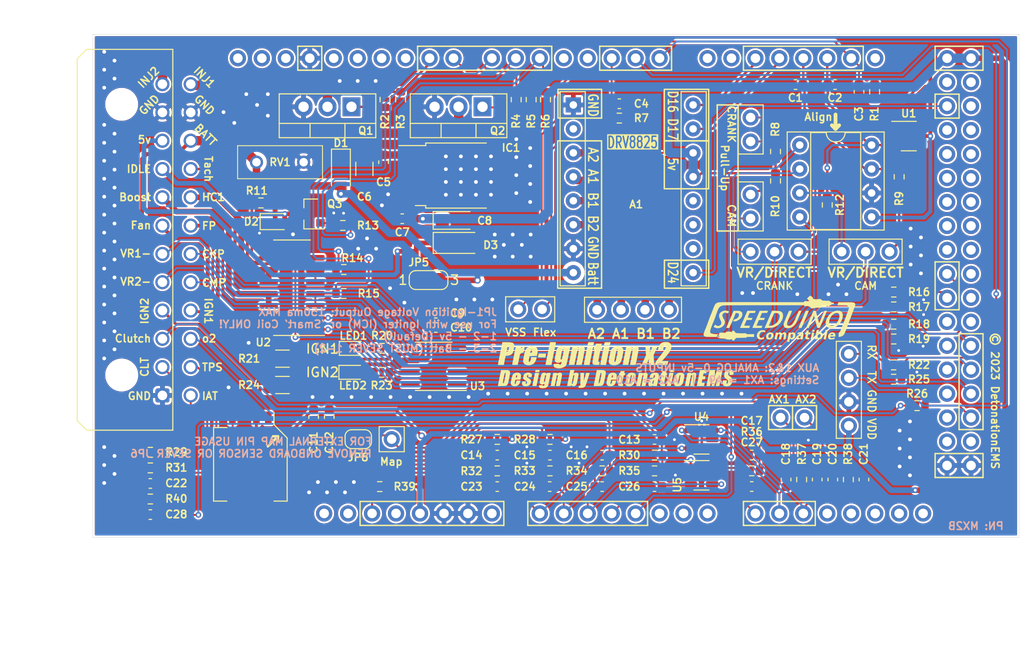
<source format=kicad_pcb>
(kicad_pcb (version 20240108) (generator "pcbnew") (generator_version "8.0")
  (layers (0 "F.Cu" signal "Front") (31 "B.Cu" signal "Back") (34 "B.Paste" user) (35 "F.Paste" user) (36 "B.SilkS" user "B.Silkscreen") (37 "F.SilkS" user "F.Silkscreen") (38 "B.Mask" user) (39 "F.Mask" user) (44 "Edge.Cuts" user))
  (net 0 "")
  (net 1 "+BATT")
  (net 2 "GND")
  (net 3 "MC-D38")
  (net 4 "MC-D40")
  (net 9 "MC-D51")
  (net 10 "MC-D49")
  (net 11 "MC-D47")
  (net 12 "MC-D45")
  (net 13 "MC-D8")
  (net 14 "MC-D9")
  (net 15 "Net-(C22-Pad1)")
  (net 16 "MC-A3")
  (net 17 "MC-A4")
  (net 18 "MC-D19")
  (net 19 "MC-D18")
  (net 20 "IAT")
  (net 21 "O2")
  (net 22 "MC-A0")
  (net 23 "MC-A8")
  (net 24 "CLT")
  (net 25 "MC-A1")
  (net 26 "TPS")
  (net 27 "MC-A2")
  (net 28 "Map-External")
  (net 29 "BOOST")
  (net 30 "HC1")
  (net 31 "IDLE")
  (net 32 "Net-(D1-K)")
  (net 34 "Crank-In")
  (net 35 "Cam-In")
  (net 36 "Tach")
  (net 37 "MC-D7")
  (net 38 "MC-D6")
  (net 39 "MC-D5")
  (net 40 "MC-RESET")
  (net 43 "Net-(J1-Pin_2)")
  (net 44 "MC-D0")
  (net 45 "MC-D1")
  (net 46 "MC-D16")
  (net 47 "MC-D17")
  (net 48 "+5V")
  (net 49 "MC-D24")
  (net 50 "INJ1")
  (net 51 "INJ2")
  (net 52 "Fan")
  (net 53 "Fuel-Pump")
  (net 54 "IGN2")
  (net 55 "IGN1")
  (net 56 "VR1-")
  (net 57 "VR2-")
  (net 58 "Clutch")
  (net 59 "Net-(Q1-G)")
  (net 60 "Step-A2")
  (net 61 "Step-A1")
  (net 62 "Step-B1")
  (net 63 "Step-B2")
  (net 65 "A-IN1")
  (net 66 "A-IN2")
  (net 67 "MC-A9")
  (net 68 "MC-A10")
  (net 69 "MC-D20")
  (net 70 "Flex")
  (net 71 "Net-(Q2-G)")
  (net 73 "Net-(JP2-Pad1)")
  (net 74 "Net-(J1-Pin_3)")
  (net 75 "Net-(J6-Pin_4)")
  (net 76 "Net-(JP1-Pad2)")
  (net 77 "Net-(JP3-Pad1)")
  (net 78 "Net-(JP4-Pad3)")
  (net 79 "Net-(Q3-G)")
  (net 80 "Net-(U3-IN_B)")
  (net 81 "Net-(U3-IN_A)")
  (net 82 "Net-(U3-OUT_B)")
  (net 83 "Net-(U3-OUT_A)")
  (net 86 "TVS16")
  (net 87 "TVS13")
  (net 88 "MC-D53")
  (net 89 "MC-D52")
  (net 90 "MC-D50")
  (net 91 "MC-D48")
  (net 92 "MC-D46")
  (net 93 "MC-D44")
  (net 94 "MC-D43")
  (net 95 "MC-D42")
  (net 96 "MC-D41")
  (net 97 "MC-D39")
  (net 98 "MC-D37")
  (net 99 "MC-D36")
  (net 100 "MC-D35")
  (net 101 "MC-D34")
  (net 102 "MC-D33")
  (net 103 "MC-D32")
  (net 104 "MC-D31")
  (net 105 "MC-D30")
  (net 106 "MC-D29")
  (net 107 "MC-D28")
  (net 108 "MC-D27")
  (net 109 "MC-D26")
  (net 110 "MC-D25")
  (net 111 "MC-D23")
  (net 112 "MC-D22")
  (net 113 "MC-A15")
  (net 114 "MC-A14")
  (net 115 "MC-A13")
  (net 116 "MC-A12")
  (net 117 "MC-A11")
  (net 118 "MC-A7")
  (net 119 "MC-A6")
  (net 120 "MC-A5")
  (net 121 "MC-D11")
  (net 122 "MC-D12")
  (net 123 "MC-D13")
  (net 124 "MC-AREF")
  (net 125 "MC-SDA")
  (net 126 "MC-SCL")
  (net 127 "MC-D10")
  (net 128 "MC-D4")
  (net 129 "MC-D3")
  (net 130 "MC-D14")
  (net 131 "MC-D15")
  (net 132 "MC-D21")
  (net 133 "MC-IOREF")
  (net 134 "+3V3")
  (net 136 "Net-(IC2-VOUT)")
  (net 137 "Net-(LED2-A)")
  (net 138 "Net-(LED1-A)")
  (net 139 "IGN-V")
  (footprint "Capacitor_SMD:C_0603_1608Metric" (layer "F.Cu") (at 123.3424 112.3696)
    (property "Reference" "C10")
    (property "Value" "100nF")
  )
  (footprint "Capacitor_SMD:C_0603_1608Metric" (layer "F.Cu") (at 123.3424 110.8456)
    (property "Reference" "C9")
    (property "Value" "1uF")
  )
  (footprint "LED_SMD:LED_0603_1608Metric" (layer "F.Cu") (at 114.554 117.1194)
    (property "Reference" "LED2")
    (property "Value" "LED")
  )
  (footprint "LED_SMD:LED_0603_1608Metric" (layer "F.Cu") (at 114.6048 114.5794)
    (property "Reference" "LED1")
    (property "Value" "LED")
  )
  (footprint "Resistor_SMD:R_0603_1608Metric" (layer "F.Cu") (at 171.8945 113.5888 180)
    (property "Reference" "R19")
    (property "Value" "100K")
  )
  (footprint "Resistor_SMD:R_0603_1608Metric" (layer "F.Cu") (at 171.8945 108.6104)
    (property "Reference" "R16")
    (property "Value" "100K")
  )
  (footprint "Resistor_SMD:R_0603_1608Metric" (layer "F.Cu") (at 171.8945 112.014)
    (property "Reference" "R18")
    (property "Value" "1K")
  )
  (footprint "Resistor_SMD:R_0603_1608Metric" (layer "F.Cu") (at 171.8945 110.1852)
    (property "Reference" "R17")
    (property "Value" "1K")
  )
  (footprint "Resistor_SMD:R_0603_1608Metric" (layer "F.Cu") (at 117.602 117.1194 180)
    (property "Reference" "R23")
    (property "Value" "2.4k")
  )
  (footprint "Resistor_SMD:R_0603_1608Metric" (layer "F.Cu") (at 117.6528 114.5794)
    (property "Reference" "R20")
    (property "Value" "2.4k")
  )
  (footprint "Resistor_SMD:R_1206_3216Metric" (layer "F.Cu") (at 107.0864 118.4656)
    (property "Reference" "R24")
    (property "Value" "10")
  )
  (footprint "Resistor_SMD:R_1206_3216Metric" (layer "F.Cu") (at 107.0864 115.6716)
    (property "Reference" "R21")
    (property "Value" "10")
  )
  (footprint "Package_SO:SOIC-8_3.9x4.9mm_P1.27mm" (layer "F.Cu") (at 123.1265 116.4844 180)
    (property "Reference" "U3")
    (property "Value" "TC4427")
  )
  (footprint "MyLibs:Arduino_Mega2560_Shield_IO_Only_No_Silk_Screen" (layer "F.Cu") (at 83.566 134.62)
    (property "Reference" "XA1" (hide yes))
    (property "Value" "Arduino_Mega2560_Shield-Arduino" (hide yes))
  )
  (footprint "Resistor_SMD:R_0603_1608Metric" (layer "F.Cu") (at 119.6086 88.209 -90)
    (property "Reference" "R3")
    (property "Value" "100K")
  )
  (footprint "Resistor_SMD:R_0603_1608Metric" (layer "F.Cu") (at 133.4516 88.209 90)
    (property "Reference" "R5")
    (property "Value" "100K")
  )
  (footprint "Resistor_SMD:R_0603_1608Metric" (layer "F.Cu") (at 117.9576 88.209 90)
    (property "Reference" "R2")
    (property "Value" "1K")
  )
  (footprint "Resistor_SMD:R_0603_1608Metric" (layer "F.Cu") (at 131.8641 88.209 90)
    (property "Reference" "R4")
    (property "Value" "1K")
  )
  (footprint "Capacitor_SMD:C_1206_3216Metric" (layer "F.Cu") (at 115.7714 95.5548 90)
    (property "Reference" "C6")
    (property "Value" "330nF")
  )
  (footprint "Capacitor_SMD:C_0603_1608Metric" (layer "F.Cu") (at 117.8034 94.8436 -90)
    (property "Reference" "C5")
    (property "Value" "2.2uF")
  )
  (footprint "Capacitor_Tantalum_SMD:CP_EIA-3216-18_Kemet-A" (layer "F.Cu") (at 125.3744 101.0158)
    (property "Reference" "C8")
    (property "Value" "10uF")
  )
  (footprint "Capacitor_SMD:C_0603_1608Metric" (layer "F.Cu") (at 119.7846 100.838 180)
    (property "Reference" "C7")
    (property "Value" "100nF")
  )
  (footprint "Capacitor_SMD:C_0603_1608Metric" (layer "F.Cu") (at 93.079 128.9018 180)
    (property "Reference" "C22")
    (property "Value" "100nF")
  )
  (footprint "Capacitor_SMD:C_0603_1608Metric" (layer "F.Cu") (at 93.079 132.2006 180)
    (property "Reference" "C28")
    (property "Value" "220nF")
  )
  (footprint "Capacitor_SMD:C_0603_1608Metric" (layer "F.Cu") (at 165.6715 86.614 180)
    (property "Reference" "C2")
    (property "Value" "10nF")
  )
  (footprint "Capacitor_SMD:C_0603_1608Metric" (layer "F.Cu") (at 161.4805 86.614)
    (property "Reference" "C1")
    (property "Value" "100nF")
  )
  (footprint "Capacitor_SMD:C_0603_1608Metric" (layer "F.Cu") (at 129.8572 125.899333)
    (property "Reference" "C14")
    (property "Value" "100nF")
  )
  (footprint "Capacitor_SMD:C_0603_1608Metric" (layer "F.Cu") (at 156.8328 125.890867 180)
    (property "Reference" "C17")
    (property "Value" "100nF")
  )
  (footprint "Capacitor_SMD:C_0603_1608Metric" (layer "F.Cu") (at 129.8572 129.2352 180)
    (property "Reference" "C23")
    (property "Value" "220nF")
  )
  (footprint "Capacitor_SMD:C_0603_1608Metric" (layer "F.Cu") (at 156.8328 129.226734)
    (property "Reference" "C27")
    (property "Value" "220nF")
  )
  (footprint "Capacitor_SMD:C_0603_1608Metric" (layer "F.Cu") (at 135.4452 125.899333)
    (property "Reference" "C15")
    (property "Value" "100nF")
  )
  (footprint "Capacitor_SMD:C_0603_1608Metric" (layer "F.Cu") (at 135.415666 129.2352 180)
    (property "Reference" "C24")
    (property "Value" "220nF")
  )
  (footprint "Capacitor_SMD:C_0603_1608Metric" (layer "F.Cu") (at 140.974132 125.899333 180)
    (property "Reference" "C16")
    (property "Value" "100nF")
  )
  (footprint "Capacitor_SMD:C_0603_1608Metric" (layer "F.Cu") (at 140.974132 129.2352)
    (property "Reference" "C25")
    (property "Value" "220nF")
  )
  (footprint "Detonation:1x02-Proto" (layer "F.Cu") (at 156.718 90.1065)
    (property "Reference" "JP1" (hide yes))
    (property "Value" "Pullup")
  )
  (footprint "Detonation:1x02-Proto" (layer "F.Cu") (at 156.718 98.2672)
    (property "Reference" "JP2" (hide yes))
    (property "Value" "Pullup")
  )
  (footprint "Misc:3x1-GPIO" (layer "F.Cu") (at 161.798 104.3305 -90)
    (property "Reference" "JP3" (hide yes))
    (property "Value" "VR-HALL")
  )
  (footprint "Misc:3x1-GPIO" (layer "F.Cu") (at 166.37 104.3305 90)
    (property "Reference" "JP4" (hide yes))
    (property "Value" "VR-Hall")
  )
  (footprint "Resistor_SMD:R_0603_1608Metric" (layer "F.Cu") (at 93.079 127.2524)
    (property "Reference" "R31")
    (property "Value" "1K")
  )
  (footprint "Resistor_SMD:R_0603_1608Metric" (layer "F.Cu") (at 93.079 125.603 180)
    (property "Reference" "R29")
    (property "Value" "3.9k")
  )
  (footprint "Resistor_SMD:R_0603_1608Metric" (layer "F.Cu") (at 159.3596 93.7133 -90)
    (property "Reference" "R8")
    (property "Value" "1K")
  )
  (footprint "Resistor_SMD:R_0603_1608Metric" (layer "F.Cu") (at 159.3596 96.8248 90)
    (property "Reference" "R10")
    (property "Value" "1K")
  )
  (footprint "Resistor_SMD:R_0603_1608Metric" (layer "F.Cu") (at 93.079 130.5512 180)
    (property "Reference" "R40")
    (property "Value" "470")
  )
  (footprint "Resistor_SMD:R_0603_1608Metric" (layer "F.Cu") (at 129.8572 124.2314)
    (property "Reference" "R27")
    (property "Value" "2.49k")
  )
  (footprint "Resistor_SMD:R_0603_1608Metric" (layer "F.Cu") (at 129.8572 127.567266 180)
    (property "Reference" "R32")
    (property "Value" "470")
  )
  (footprint "Resistor_SMD:R_0603_1608Metric" (layer "F.Cu") (at 156.8328 127.5588)
    (property "Reference" "R36")
    (property "Value" "470")
  )
  (footprint "Resistor_SMD:R_0603_1608Metric" (layer "F.Cu") (at 174.371 120.65 180)
    (property "Reference" "R26")
    (property "Value" "1K")
  )
  (footprint "Resistor_SMD:R_0603_1608Metric" (layer "F.Cu") (at 135.4452 124.2314)
    (property "Reference" "R28")
    (property "Value" "2.49k")
  )
  (footprint "Resistor_SMD:R_0603_1608Metric" (layer "F.Cu") (at 135.4452 127.567266 180)
    (property "Reference" "R33")
    (property "Value" "470")
  )
  (footprint "Resistor_SMD:R_0603_1608Metric" (layer "F.Cu") (at 140.974132 127.567266)
    (property "Reference" "R34")
    (property "Value" "470")
  )
  (footprint "Resistor_SMD:R_0603_1608Metric" (layer "F.Cu") (at 104.8004 99.1616)
    (property "Reference" "R11")
    (property "Value" "10k")
  )
  (footprint "Detonation:MOV07D220KTR" (layer "F.Cu") (at 104.3324 94.8436)
    (property "Reference" "RV1")
    (property "Value" "MOV" (hide yes))
  )
  (footprint "Package_TO_SOT_SMD:SOT-23-6" (layer "F.Cu") (at 151.511 128.0363)
    (property "Reference" "U5")
    (property "Value" "SRV05-4-P-T7")
  )
  (footprint "Package_TO_SOT_SMD:SOT-23-6" (layer "F.Cu") (at 151.511 124.2263)
    (property "Reference" "U4")
    (property "Value" "SRV05-4-P-T7")
  )
  (footprint "Package_TO_SOT_SMD:SOT-23-6" (layer "F.Cu") (at 173.482 92.075)
    (property "Reference" "U1")
    (property "Value" "SRV05-4-P-T7")
  )
  (footprint "Package_SO:SOIC-16_3.9x9.9mm_P1.27mm" (layer "F.Cu") (at 108.0996 108.1532 180)
    (property "Reference" "U2")
    (property "Value" "ULN2003A")
  )
  (footprint "Detonation:TO-252-2-Thermal" (layer "F.Cu") (at 125.5866 96.26)
    (property "Reference" "IC1")
    (property "Value" "L78M05ABDT-TR")
  )
  (footprint "Resistor_SMD:R_0603_1608Metric" (layer "F.Cu") (at 113.5888 106.2228)
    (property "Reference" "R14")
    (property "Value" "100K")
  )
  (footprint "Resistor_SMD:R_0603_1608Metric" (layer "F.Cu") (at 113.5888 108.7628 180)
    (property "Reference" "R15")
    (property "Value" "100K")
  )
  (footprint "Resistor_SMD:R_0603_1608Metric" (layer "F.Cu") (at 171.8818 117.856)
    (property "Reference" "R25")
    (property "Value" "2K")
  )
  (footprint "Resistor_SMD:R_0603_1608Metric" (layer "F.Cu") (at 171.8818 116.332)
    (property "Reference" "R22")
    (property "Value" "1K")
  )
  (footprint "Misc:DIP-8_W7.62mm_Socket_VRConditioner" (layer "F.Cu") (at 161.925 93.0275)
    (property "Reference" "J1" (hide yes))
    (property "Value" "VR_Header")
  )
  (footprint "Capacitor_SMD:C_0603_1608Metric" (layer "F.Cu") (at 146.5326 129.2352)
    (property "Reference" "C26")
    (property "Value" "330nF")
  )
  (footprint "Capacitor_SMD:C_0603_1608Metric" (layer "F.Cu") (at 146.5326 124.2314 180)
    (property "Reference" "C13")
    (property "Value" "47pF")
  )
  (footprint "Resistor_SMD:R_0603_1608Metric" (layer "F.Cu") (at 146.5326 127.567266 180)
    (property "Reference" "R35")
    (property "Value" "470")
  )
  (footprint "Detonation:DVR8825-Labeled-Front" (layer "F.Cu") (at 137.922 88.773)
    (property "Reference" "A1")
    (property "Value" "Pololu_Breakout_DRV8825")
  )
  (footprint "Capacitor_SMD:C_0603_1608Metric" (layer "F.Cu") (at 112.0475 121.8692 -90)
    (property "Reference" "C12")
    (property "Value" "100nF")
  )
  (footprint "Capacitor_SMD:C_0603_1608Metric" (layer "F.Cu") (at 110.3884 121.8692 90)
    (property "Reference" "C11")
    (property "Value" "1uF")
  )
  (footprint "Detonation:MPXH6250" (layer "F.Cu") (at 103.6828 126.873 -90)
    (property "Reference" "IC2" (hide yes))
    (property "Value" "MPXH6400" (hide yes))
  )
  (footprint "Resistor_SMD:R_0603_1608Metric" (layer "F.Cu") (at 146.5326 125.899333 180)
    (property "Reference" "R30")
    (property "Value" "51k")
  )
  (footprint "Connector_Molex:Molex_Micro-Fit_3.0_43045-2400_2x12_P3.00mm_Horizontal" (layer "F.Cu") (at 94.361 119.5675 90)
    (property "Reference" "J4" (hide yes))
    (property "Value" "Conn_02x12_Counter_Clockwise")
  )
  (footprint "Capacitor_SMD:C_0603_1608Metric" (layer "F.Cu") (at 163.7792 128.4852 90)
    (property "Reference" "C19")
    (property "Value" "100nF")
  )
  (footprint "Capacitor_SMD:C_0603_1608Metric" (layer "F.Cu") (at 168.7322 128.4852 90)
    (property "Reference" "C21")
    (property "Value" "100nF")
  )
  (footprint "Capacitor_SMD:C_0603_1608Metric" (layer "F.Cu") (at 160.4772 128.4852 90)
    (property "Reference" "C18")
    (property "Value" "220nF")
  )
  (footprint "Capacitor_SMD:C_0603_1608Metric" (layer "F.Cu") (at 165.4302 128.4852 90)
    (property "Reference" "C20")
    (property "Value" "220nF")
  )
  (footprint "Resistor_SMD:R_0603_1608Metric" (layer "F.Cu") (at 162.1282 128.4852 90)
    (property "Reference" "R37")
    (property "Value" "470")
  )
  (footprint "Resistor_SMD:R_0603_1608Metric" (layer "F.Cu") (at 167.0812 128.4852 90)
    (property "Reference" "R38")
    (property "Value" "470")
  )
  (footprint "Misc:1X4-PROTO" (layer "F.Cu") (at 148.0566 110.49 -90)
    (property "Reference" "J3" (hide yes))
    (property "Value" "Conn_01x04")
  )
  (footprint "Diode_SMD:D_SOD-323F" (layer "F.Cu") (at 106.2228 101.1428)
    (property "Reference" "D2")
    (property "Value" "1N4148WS")
  )
  (footprint "Package_TO_SOT_SMD:SOT-23" (layer "F.Cu") (at 110.1184 100.33 180)
    (property "Reference" "Q3")
    (property "Value" "AO3400A")
  )
  (footprint "Resistor_SMD:R_0603_1608Metric" (layer "F.Cu") (at 134.9756 88.209 90)
    (property "Reference" "R6")
    (property "Value" "100K")
  )
  (footprint "Resistor_SMD:R_0603_1608Metric" (layer "F.Cu") (at 113.4872 101.5492 180)
    (property "Reference" "R13")
    (property "Value" "120")
  )
  (footprint "Capacitor_SMD:C_0603_1608Metric" (layer "F.Cu") (at 168.2115 87.376 -90)
    (property "Reference" "C3")
    (property "Value" "100nF")
  )
  (footprint "Resistor_SMD:R_0603_1608Metric" (layer "F.Cu") (at 169.8625 87.376 90)
    (property "Reference" "R1")
    (property "Value" "1K")
  )
  (footprint "Detonation:1x02-Proto" (layer "F.Cu") (at 132.08 110.44 90)
    (property "Reference" "J2" (hide yes))
    (property "Value" "Conn_01x04")
  )
  (footprint "Detonation:1x02-Proto" (layer "F.Cu") (at 162.433 121.92 -90)
    (property "Reference" "J5" (hide yes))
    (property "Value" "Conn_01x04")
  )
  (footprint "Capacitor_SMD:C_0603_1608Metric" (layer "F.Cu") (at 142.7988 88.646)
    (property "Reference" "C4")
    (property "Value" "220nF")
  )
  (footprint "Resistor_SMD:R_0603_1608Metric" (layer "F.Cu") (at 142.7988 90.17 180)
    (property "Reference" "R7")
    (property "Value" "2.4k")
  )
  (footprint "Resistor_SMD:R_0603_1608Metric" (layer "F.Cu") (at 117.3988 129.2352)
    (property "Reference" "R39")
    (property "Value" "10k")
  )
  (footprint "Package_TO_SOT_THT:TO-220-3_Vertical" (layer "F.Cu") (at 128.2954 88.971 180)
    (property "Reference" "Q2")
    (property "Value" "STP62NS04Z")
  )
  (footprint "Package_TO_SOT_THT:TO-220-3_Vertical" (layer "F.Cu") (at 114.4016 88.971 180)
    (property "Reference" "Q1")
    (property "Value" "STP62NS04Z")
  )
  (footprint "Diode_SMD:D_SOD-123" (layer "F.Cu") (at 113.2822 95.7072 -90)
    (property "Reference" "D1")
    (property "Value" "B5819")
  )
  (footprint "Misc:1X4-PROTO" (layer "F.Cu") (at 167.132 122.7836 180)
    (property "Reference" "J6" (hide yes))
    (property "Value" "Conn_01x04")
  )
  (footprint "Resistor_SMD:R_0603_1608Metric" (layer "F.Cu") (at 164.846 99.3775 -90)
    (property "Reference" "R12")
    (property "Value" "470")
  )
  (footprint "Resistor_SMD:R_0603_1608Metric" (layer "F.Cu") (at 172.466 96.393 -90)
    (property "Reference" "R9")
    (property "Value" "470")
  )
  (footprint "Jumper:SolderJumper-3_P1.3mm_Bridged12_RoundedPad1.0x1.5mm_NumberLabels" (layer "F.Cu") (at 122.5758 107.3404)
    (property "Reference" "JP5")
    (property "Value" "Jumper_3_Bridged12")
  )
  (footprint "Detonation:SpeeduinoCompatible-17mm" (layer "F.Cu") (at 159.766 111.379)
    (property "Reference" "G1" (hide yes))
    (property "Value" "Logo_Open_Hardware_Small" (hide yes))
  )
  (footprint "Detonation:Pre-Ignition-800" (layer "F.Cu") (at 139.099836 115.2906)
    (property "Reference" "G2" (hide yes))
    (property "Value" "Logo_Open_Hardware_Small" (hide yes))
  )
  (footprint "Detonation:1x1-GPIO" (layer "F.Cu") (at 118.6688 124.206)
    (property "Reference" "J7" (hide yes))
    (property "Value" "Conn_01x04")
  )
  (footprint "Jumper:SolderJumper-2_P1.3mm_Bridged_RoundedPad1.0x1.5mm" (layer "F.Cu") (at 115.1232 124.206 180)
    (property "Reference" "JP6")
    (property "Value" "~")
  )
  (footprint "Detonation-Logos:Design by 25mm" (layer "F.Cu") (at 142.4178 117.8306)
    (property "Reference" "G3" (hide yes))
    (property "Value" "LOGO" (hide yes))
  )
  (footprint "Diode_SMD:D_MiniMELF" (layer "F.Cu") (at 125.73 103.4034)
    (property "Reference" "D3")
    (property "Value" "ZMM5V6-M")
  )
  (gr_line (start 161.163 120.65) (end 161.163 123.19) (stroke (width 0.1524)) (layer "F.SilkS"))
  (gr_line (start 158.623 120.65) (end 158.623 123.19) (stroke (width 0.1524)) (layer "F.SilkS"))
  (gr_line (start 130.556 130.81) (end 115.316 130.81) (stroke (width 0.1524)) (layer "F.SilkS"))
  (gr_line (start 133.096 133.35) (end 133.096 130.81) (stroke (width 0.1524)) (layer "F.SilkS"))
  (gr_line (start 155.956 130.81) (end 155.956 131.064) (stroke (width 0.1524)) (layer "F.SilkS"))
  (gr_line (start 176.276 125.73) (end 176.276 128.27) (stroke (width 0.1524)) (layer "F.SilkS"))
  (gr_line (start 176.276 110.49) (end 178.816 110.49) (stroke (width 0.1524)) (layer "F.SilkS"))
  (gr_line (start 178.816 113.03) (end 178.816 123.19) (stroke (width 0.1524)) (layer "F.SilkS"))
  (gr_line (start 178.816 87.63) (end 176.276 87.63) (stroke (width 0.1524)) (layer "F.SilkS"))
  (gr_line (start 155.956 82.55) (end 168.656 82.55) (stroke (width 0.1524)) (layer "F.SilkS"))
  (gr_line (start 148.336 82.55) (end 148.336 82.804) (stroke (width 0.1524)) (layer "F.SilkS"))
  (gr_line (start 123.952 82.55) (end 135.636 82.55) (stroke (width 0.1524)) (layer "F.SilkS"))
  (gr_line (start 121.412 82.55) (end 123.952 82.55) (stroke (width 0.1524)) (layer "F.SilkS"))
  (gr_line (start 123.952 85.09) (end 121.412 85.09) (stroke (width 0.1524)) (layer "F.SilkS"))
  (gr_line (start 111.252 82.55) (end 108.712 82.55) (stroke (width 0.1524)) (layer "F.SilkS"))
  (gr_line (start 163.703 120.65) (end 163.703 123.19) (stroke (width 0.1524)) (layer "F.SilkS"))
  (gr_line (start 163.703 120.65) (end 158.623 120.65) (stroke (width 0.1524)) (layer "F.SilkS"))
  (gr_line (start 158.623 123.19) (end 163.703 123.19) (stroke (width 0.1524)) (layer "F.SilkS"))
  (gr_line (start 145.796 130.81) (end 145.796 133.35) (stroke (width 0.1524)) (layer "F.SilkS"))
  (gr_line (start 181.356 128.27) (end 181.356 125.73) (stroke (width 0.1524)) (layer "F.SilkS"))
  (gr_line (start 108.712 82.55) (end 108.712 84.836) (stroke (width 0.1524)) (layer "F.SilkS"))
  (gr_line (start 178.816 105.41) (end 176.276 105.41) (stroke (width 0.1524)) (layer "F.SilkS"))
  (gr_line (start 111.252 85.09) (end 111.252 82.55) (stroke (width 0.1524)) (layer "F.SilkS"))
  (gr_line (start 178.816 90.17) (end 178.816 87.63) (stroke (width 0.1524)) (layer "F.SilkS"))
  (gr_line (start 133.096 130.81) (end 145.796 130.81) (stroke (width 0.1524)) (layer "F.SilkS"))
  (gr_line (start 148.336 82.804) (end 148.336 85.09) (stroke (width 0.1524)) (layer "F.SilkS"))
  (gr_line (start 155.956 85.09) (end 155.956 82.55) (stroke (width 0.1524)) (layer "F.SilkS"))
  (gr_line (start 176.276 85.09) (end 181.356 85.09) (stroke (width 0.1524)) (layer "F.SilkS"))
  (gr_line (start 181.356 82.55) (end 176.276 82.55) (stroke (width 0.1524)) (layer "F.SilkS"))
  (gr_line (start 108.712 84.836) (end 108.712 85.09) (stroke (width 0.1524)) (layer "F.SilkS"))
  (gr_line (start 168.656 82.55) (end 168.656 85.09) (stroke (width 0.1524)) (layer "F.SilkS"))
  (gr_line (start 135.636 85.09) (end 123.952 85.09) (stroke (width 0.1524)) (layer "F.SilkS"))
  (gr_rect (start 153.1747 88.773) (end 155.3845 102.1372) (stroke (width 0.16)) (fill none) (layer "F.SilkS"))
  (gr_line (start 176.276 82.55) (end 176.276 85.09) (stroke (width 0.1524)) (layer "F.SilkS"))
  (gr_line (start 176.276 90.17) (end 178.816 90.17) (stroke (width 0.1524)) (layer "F.SilkS"))
  (gr_line (start 115.316 130.81) (end 115.316 133.35) (stroke (width 0.1524)) (layer "F.SilkS"))
  (gr_line (start 178.816 110.49) (end 178.816 105.41) (stroke (width 0.1524)) (layer "F.SilkS"))
  (gr_line (start 181.356 125.73) (end 176.276 125.73) (stroke (width 0.1524)) (layer "F.SilkS"))
  (gr_line (start 176.276 128.27) (end 181.356 128.27) (stroke (width 0.1524)) (layer "F.SilkS"))
  (gr_line (start 178.816 113.03) (end 181.356 113.03) (stroke (width 0.1524)) (layer "F.SilkS"))
  (gr_line (start 135.636 82.55) (end 135.636 85.09) (stroke (width 0.1524)) (layer "F.SilkS"))
  (gr_line (start 130.556 133.35) (end 130.556 130.81) (stroke (width 0.1524)) (layer "F.SilkS"))
  (gr_line (start 155.956 133.35) (end 163.576 133.35) (stroke (width 0.1524)) (layer "F.SilkS"))
  (gr_line (start 108.712 85.09) (end 111.252 85.09) (stroke (width 0.1524)) (layer "F.SilkS"))
  (gr_line (start 145.796 133.35) (end 133.096 133.35) (stroke (width 0.1524)) (layer "F.SilkS"))
  (gr_line (start 181.356 85.09) (end 181.356 82.55) (stroke (width 0.1524)) (layer "F.SilkS"))
  (gr_line (start 121.412 85.09) (end 121.412 82.55) (stroke (width 0.1524)) (layer "F.SilkS"))
  (gr_line (start 176.276 105.41) (end 176.276 110.49) (stroke (width 0.1524)) (layer "F.SilkS"))
  (gr_line (start 163.576 130.81) (end 155.956 130.81) (stroke (width 0.1524)) (layer "F.SilkS"))
  (gr_line (start 181.356 123.19) (end 181.356 113.03) (stroke (width 0.1524)) (layer "F.SilkS"))
  (gr_line (start 155.956 131.064) (end 155.956 133.35) (stroke (width 0.1524)) (layer "F.SilkS"))
  (gr_line (start 140.716 85.09) (end 140.716 82.55) (stroke (width 0.1524)) (layer "F.SilkS"))
  (gr_line (start 168.656 85.09) (end 155.956 85.09) (stroke (width 0.1524)) (layer "F.SilkS"))
  (gr_line (start 115.316 133.35) (end 130.556 133.35) (stroke (width 0.1524)) (layer "F.SilkS"))
  (gr_line (start 176.276 87.63) (end 176.276 90.17) (stroke (width 0.1524)) (layer "F.SilkS"))
  (gr_line (start 140.716 82.55) (end 148.336 82.55) (stroke (width 0.1524)) (layer "F.SilkS"))
  (gr_line (start 148.336 85.09) (end 140.716 85.09) (stroke (width 0.1524)) (layer "F.SilkS"))
  (gr_line (start 178.816 123.19) (end 181.356 123.19) (stroke (width 0.1524)) (layer "F.SilkS"))
  (gr_line (start 163.576 133.35) (end 163.576 130.81) (stroke (width 0.1524)) (layer "F.SilkS"))
  (gr_line (start 86.995 81.28) (end 86.995 134.62) (stroke (width 0.0381)) (layer "Edge.Cuts"))
  (gr_line (start 86.995 81.28) (end 185.166 81.28) (stroke (width 0.0381)) (layer "Edge.Cuts"))
  (gr_line (start 185.166 134.62) (end 86.995 134.62) (stroke (width 0.0381)) (layer "Edge.Cuts"))
  (gr_line (start 185.166 81.28) (end 185.166 134.62) (stroke (width 0.0381)) (layer "Edge.Cuts"))
  (gr_text "AUX 1&2: ANALOG 0-5v INPUTS\nSettings: AX1 = A9  |  AX2 = A10" (at 164.084 117.2972 0) (layer "B.SilkS") (effects (font (size 0.8 0.8) (thickness 0.16)) (justify left mirror)))
  (gr_text "JP1-Ignition Voltage Output: 150ma MAX\nFor use with Igniter (ICM) or 'Smart' Coil ONLY!\n1-2 - 5v (Default)\n2-3 - Batt (MUST SEVER 1-2)" (at 129.921 115.062 0) (layer "B.SilkS") (effects (font (size 0.8 0.8) (thickness 0.16) (bold yes)) (justify left bottom mirror)))
  (gr_text "PN: MX2B" (at 180.594 133.4135 0) (layer "B.SilkS") (effects (font (size 0.8 0.8) (thickness 0.16)) (justify mirror)))
  (gr_text "FOR EXTERNAL MAP PIN USAGE \nREMOVE ONBOARD SENSOR OR SEVER JP6" (at 116.6368 126.2126 0) (layer "B.SilkS") (effects (font (size 0.8 0.8) (thickness 0.16) (bold yes)) (justify left bottom mirror)))
  (gr_text "GND" (at 92.964 88.773 45) (layer "F.SilkS") (effects (font (size 0.8 0.8) (thickness 0.16))))
  (gr_text "BATT" (at 98.933 91.948 -45) (layer "F.SilkS") (effects (font (size 0.8 0.8) (thickness 0.16))))
  (gr_text "GND" (at 98.806 88.772999 -45) (layer "F.SilkS") (effects (font (size 0.8 0.8) (thickness 0.16))))
  (gr_text "IAT" (at 99.402881 119.634 0) (layer "F.SilkS") (effects (font (size 0.8 0.8) (thickness 0.16))))
  (gr_text "GND" (at 91.922667 119.634 0) (layer "F.SilkS") (effects (font (size 0.8 0.8) (thickness 0.16))))
  (gr_text "CLT" (at 92.477715 116.5606 90) (layer "F.SilkS") (effects (font (size 0.8 0.8) (thickness 0.16))))
  (gr_text "5v" (at 92.456 92.456 0) (layer "F.SilkS") (effects (font (size 0.8 0.8) (thickness 0.16))))
  (gr_text "AX1 AX2" (at 161.163 119.9896 0) (layer "F.SilkS") (effects (font (size 0.8 0.8) (thickness 0.16))))
  (gr_text "Flex" (at 134.874 112.88 0) (layer "F.SilkS") (effects (font (size 0.8 0.8) (thickness 0.16))))
  (gr_text "RX  TX GND VDD" (at 169.545 119.2276 -90) (layer "F.SilkS") (effects (font (size 0.85 0.8))))
  (gr_text "CAM" (at 154.686 100.5078 270) (layer "F.SilkS") (effects (font (size 0.8 0.8) (thickness 0.16) (bold yes))))
  (gr_text "FP" (at 99.307643 101.6 0) (layer "F.SilkS") (effects (font (size 0.8 0.8) (thickness 0.16))))
  (gr_text "CMP" (at 99.821929 107.6325 0) (layer "F.SilkS") (effects (font (size 0.8 0.8) (thickness 0.16))))
  (gr_text "TPS" (at 99.6505 116.586 0) (layer "F.SilkS") (effects (font (size 0.8 0.8) (thickness 0.16))))
  (gr_text "o2" (at 99.307643 113.538 0) (layer "F.SilkS") (effects (font (size 0.8 0.8) (thickness 0.16))))
  (gr_text "HC1" (at 99.764786 98.552 0) (layer "F.SilkS") (effects (font (size 0.8 0.8) (thickness 0.16))))
  (gr_text "Tach" (at 99.228786 95.5675 270) (layer "F.SilkS") (effects (font (size 0.8 0.8) (thickness 0.16))))
  (gr_text "IGN1" (at 99.228786 110.617 270) (layer "F.SilkS") (effects (font (size 0.8 0.8) (thickness 0.16))))
  (gr_text "CKP" (at 99.764786 104.5845 0) (layer "F.SilkS") (effects (font (size 0.8 0.8) (thickness 0.16))))
  (gr_text "IGN1" (at 109.474 115.2144 0) (layer "F.SilkS") (effects (font (size 1 1) (thickness 0.16)) (justify left bottom)))
  (gr_text "INJ1" (at 98.806 85.852 -45) (layer "F.SilkS") (effects (font (size 0.8 0.8) (thickness 0.16))))
  (gr_text "© 2023 DetonationEMS" (at 182.626 120.142 270) (layer "F.SilkS") (effects (font (size 0.8 0.8) (thickness 0.16))))
  (gr_text "VR2-" (at 91.522667 107.5055 0) (layer "F.SilkS") (effects (font (size 0.8 0.8) (thickness 0.16))))
  (gr_text "CRANK" (at 159.258 107.95 0) (layer "F.SilkS") (effects (font (size 0.8 0.8))))
  (gr_text "Boost" (at 91.465524 98.552 0) (layer "F.SilkS") (effects (font (size 0.8 0.8) (thickness 0.16))))
  (gr_text "CAM" (at 168.91 107.95 0) (layer "F.SilkS") (effects (font (size 0.8 0.8))))
  (gr_text "IDLE" (at 91.865524 95.5675 0) (layer "F.SilkS") (effects (font (size 0.8 0.8) (thickness 0.16))))
  (gr_text "IGN2" (at 92.477715 110.617 90) (layer "F.SilkS") (effects (font (size 0.8 0.8) (thickness 0.16))))
  (gr_text "VR/DIRECT" (at 168.91 106.553 0) (layer "F.SilkS") (effects (font (size 1 1) (thickness 0.2))))
  (gr_text "A2 A1 B1 B2" (at 144.3736 113.03 0) (layer "F.SilkS") (effects (font (size 1 1) (thickness 0.2))))
  (gr_text "VR1-" (at 91.522667 104.521 0) (layer "F.SilkS") (effects (font (size 0.8 0.8) (thickness 0.16))))
  (gr_text "IGN2" (at 109.474 117.7036 0) (layer "F.SilkS") (effects (font (size 1 1) (thickness 0.16)) (justify left bottom)))
  (gr_text "→ " (at 165.862 91.313 270) (layer "F.SilkS") (effects (font (size 2 2) (thickness 0.4))))
  (gr_text "Fan" (at 92.075048 101.5365 0) (layer "F.SilkS") (effects (font (size 0.8 0.8) (thickness 0.16))))
  (gr_text "→" (at 105.9688 124.333 45) (layer "F.SilkS") (effects (font (size 2 2) (thickness 0.25))))
  (gr_text "CRANK" (at 154.686 90.805 270) (layer "F.SilkS") (effects (font (size 0.8 0.8) (thickness 0.16) (bold yes))))
  (gr_text "VSS" (at 131.826 112.88 0) (layer "F.SilkS") (effects (font (size 0.8 0.8) (thickness 0.16))))
  (gr_text "INJ2" (at 92.9005 85.852 45) (layer "F.SilkS") (effects (font (size 0.8 0.8) (thickness 0.16))))
  (gr_text "Pull-Up" (at 153.9748 95.4551 270) (layer "F.SilkS") (effects (font (size 0.8 0.8) (thickness 0.16) (bold yes))))
  (gr_text "Align " (at 164.211 90.043 0) (layer "F.SilkS") (effects (font (size 0.8 0.8) (thickness 0.16))))
  (gr_text "Map" (at 118.618 126.5936 0) (layer "F.SilkS") (effects (font (size 0.8 0.8) (thickness 0.16))))
  (gr_text "VR/DIRECT" (at 159.258 106.553 0) (layer "F.SilkS") (effects (font (size 1 1) (thickness 0.2))))
  (gr_text "Clutch" (at 91.236953 113.538 0) (layer "F.SilkS") (effects (font (size 0.8 0.8) (thickness 0.16))))
  (segment (start 97.361 92.5675) (end 95.9485 93.98) (width 0.4) (layer "F.Cu") (net 1))
  (segment (start 106.3138 101.7524) (end 106.3138 99.9744) (width 0.5) (layer "F.Cu") (net 1))
  (segment (start 106.3138 99.1108) (end 105.6762 99.1108) (width 0.5) (layer "F.Cu") (net 1))
  (segment (start 104.774 97.3572) (end 104.3324 96.9156) (width 0.8) (layer "F.Cu") (net 1))
  (segment (start 106.3138 103.6801) (end 106.3138 101.7524) (width 0.5) (layer "F.Cu") (net 1))
  (segment (start 92.202 94.488) (end 92.202 125.551) (width 0.4) (layer "F.Cu") (net 1))
  (segment (start 106.3498 97.3572) (end 113.2822 97.3572) (width 0.8) (layer "F.Cu") (net 1))
  (segment (start 104.774 97.3572) (end 106.3498 97.3572) (width 0.8) (layer "F.Cu") (net 1))
  (segment (start 106.3138 99.9744) (end 106.3138 99.1108) (width 0.5) (layer "F.Cu") (net 1))
  (segment (start 106.2955 101.1428) (end 105.1228 101.1428) (width 0.5) (layer "F.Cu") (net 1))
  (segment (start 102.0671 92.5675) (end 104.3324 94.8328) (width 1) (layer "F.Cu") (net 1))
  (segment (start 106.3138 101.1611) (end 106.2955 101.1428) (width 0.5) (layer "F.Cu") (net 1))
  (segment (start 104.3324 96.9156) (end 104.3324 94.8436) (width 0.8) (layer "F.Cu") (net 1))
  (segment (start 113.284 98.1964) (end 113.284 97.359) (width 0.8) (layer "F.Cu") (net 1))
  (segment (start 97.361 92.5675) (end 102.0671 92.5675) (width 1) (layer "F.Cu") (net 1))
  (segment (start 106.3138 101.7524) (end 106.3138 101.1611) (width 0.5) (layer "F.Cu") (net 1))
  (segment (start 106.3138 97.3932) (end 106.3498 97.3572) (width 0.5) (layer "F.Cu") (net 1))
  (segment (start 95.9485 93.98) (end 92.71 93.98) (width 0.4) (layer "F.Cu") (net 1))
  (segment (start 92.71 93.98) (end 92.202 94.488) (width 0.4) (layer "F.Cu") (net 1))
  (segment (start 123.9012 107.3658) (end 127.762 107.3658) (width 0.6) (layer "F.Cu") (net 1))
  (segment (start 106.3138 99.9744) (end 106.3138 97.3932) (width 0.5) (layer "F.Cu") (net 1))
  (via (at 127.762 107.3658) (size 0.7) (drill 0.4) (layers "F.Cu" "B.Cu") (net 1))
  (via (at 113.284 98.1964) (size 0.9) (drill 0.4) (layers "F.Cu" "B.Cu") (net 1))
  (segment (start 124.4854 106.553) (end 120.2944 102.362) (width 0.8) (layer "B.Cu") (net 1))
  (segment (start 127.762 107.3658) (end 127.762 106.553) (width 0.6) (layer "B.Cu") (net 1))
  (segment (start 118.4402 102.362) (end 114.2746 98.1964) (width 0.8) (layer "B.Cu") (net 1))
  (segment (start 120.2944 102.362) (end 118.4402 102.362) (width 0.8) (layer "B.Cu") (net 1))
  (segment (start 114.2746 98.1964) (end 113.284 98.1964) (width 0.8) (layer "B.Cu") (net 1))
  (segment (start 137.922 106.553) (end 124.4854 106.553) (width 0.8) (layer "B.Cu") (net 1))
  (via (at 116.0526 102.9208) (size 0.7) (drill 0.4) (layers "F.Cu" "B.Cu") (net 2))
  (via (at 151.620277 119.38) (size 0.7) (drill 0.4) (layers "F.Cu" "B.Cu") (net 2))
  (via (at 89.281 107.061) (size 0.7) (drill 0.4) (layers "F.Cu" "B.Cu") (net 2))
  (via (at 131.8768 92.4052) (size 0.7) (drill 0.4) (layers "F.Cu" "B.Cu") (net 2))
  (via (at 88.1888 104.2162) (size 0.7) (drill 0.4) (layers "F.Cu" "B.Cu") (net 2))
  (via (at 174.7774 106.6292) (size 0.7) (drill 0.4) (layers "F.Cu" "B.Cu") (net 2))
  (via (at 128.891461 119.38) (size 0.7) (drill 0.4) (layers "F.Cu" "B.Cu") (net 2))
  (via (at 113.5634 100.2538) (size 0.6) (drill 0.3) (layers "F.Cu" "B.Cu") (net 2))
  (via (at 89.281 125.984) (size 0.7) (drill 0.4) (layers "F.Cu" "B.Cu") (net 2))
  (via (at 104.394 88.773) (size 0.7) (drill 0.4) (layers "F.Cu" "B.Cu") (net 2))
  (via (at 88.1888 115.6462) (size 0.7) (drill 0.4) (layers "F.Cu" "B.Cu") (net 2))
  (via (at 162.8394 124.3076) (size 0.6) (drill 0.3) (layers "F.Cu" "B.Cu") (net 2))
  (via (at 125.5268 109.3978) (size 0.7) (drill 0.4) (layers "F.Cu" "B.Cu") (net 2))
  (via (at 88.1888 109.9312) (size 0.7) (drill 0.4) (layers "F.Cu" "B.Cu") (net 2))
  (via (at 88.1888 94.6912) (size 0.7) (drill 0.4) (layers "F.Cu" "B.Cu") (net 2))
  (via (at 122.685844 119.7356) (size 0.7) (drill 0.4) (layers "F.Cu" "B.Cu") (net 2))
  (via (at 143.355253 119.38) (size 0.7) (drill 0.4) (layers "F.Cu" "B.Cu") (net 2))
  (via (at 166.878 108.839) (size 0.7) (drill 0.4) (layers "F.Cu" "B.Cu") (net 2))
  (via (at 131.8768 94.3102) (size 0.7) (drill 0.4) (layers "F.Cu" "B.Cu") (net 2))
  (via (at 133.35 97.155) (size 0.7) (drill 0.4) (layers "F.Cu" "B.Cu") (net 2))
  (via (at 173.609 128.0414) (size 0.7) (drill 0.4) (layers "F.Cu" "B.Cu") (net 2))
  (via (at 155.829 108.712) (size 0.7) (drill 0.4) (layers "F.Cu" "B.Cu") (net 2))
  (via (at 174.3456 117.094) (size 0.6) (drill 0.3) (layers "F.Cu" "B.Cu") (net 2))
  (via (at 133.35 95.25) (size 0.7) (drill 0.4) (layers "F.Cu" "B.Cu") (net 2))
  (via (at 88.1888 100.4062) (size 0.7) (drill 0.4) (layers "F.Cu" "B.Cu") (net 2))
  (via (at 114.6556 128.7526) (size 0.7) (drill 0.4) (layers "F.Cu" "B.Cu") (net 2))
  (via (at 116.48131 119.7356) (size 0.7) (drill 0.4) (layers "F.Cu" "B.Cu") (net 2))
  (via (at 172.5168 123.2916) (size 0.7) (drill 0.4) (layers "F.Cu" "B.Cu") (net 2))
  (via (at 111.8108 129.8448) (size 0.7) (drill 0.4) (layers "F.Cu" "B.Cu") (net 2))
  (via (at 103.505 113.9952) (size 0.7) (drill 0.4) (layers "F.Cu" "B.Cu") (net 2))
  (via (at 120.617666 119.7356) (size 0.7) (drill 0.4) (layers "F.Cu" "B.Cu") (net 2))
  (via (at 88.1888 92.7862) (size 0.7) (drill 0.4) (layers "F.Cu" "B.Cu") (net 2))
  (via (at 172.4152 114.808) (size 0.6) (drill 0.3) (layers "F.Cu" "B.Cu") (net 2))
  (via (at 88.1888 96.5962) (size 0.7) (drill 0.4) (layers "F.Cu" "B.Cu") (net 2))
  (via (at 161.671 108.839) (size 0.7) (drill 0.4) (layers "F.Cu" "B.Cu") (net 2))
  (via (at 175.0568 109.4232) (size 0.6) (drill 0.3) (layers "F.Cu" "B.Cu") (net 2))
  (via (at 88.1888 98.5012) (size 0.7) (drill 0.4) (layers "F.Cu" "B.Cu") (net 2))
  (via (at 173.6852 105.6894) (size 0.7) (drill 0.4) (layers "F.Cu" "B.Cu") (net 2))
  (via (at 139.3698 125.0188) (size 0.6) (drill 0.3) (layers "F.Cu" "B.Cu") (net 2))
  (via (at 173.609 124.2314) (size 0.7) (drill 0.4) (layers "F.Cu" "B.Cu") (net 2))
  (via (at 141.288997 119.38) (size 0.7) (drill 0.4) (layers "F.Cu" "B.Cu") (net 2))
  (via (at 133.023973 119.38) (size 0.7) (drill 0.4) (layers "F.Cu" "B.Cu") (net 2))
  (via (at 175.0568 110.998) (size 0.6) (drill 0.3) (layers "F.Cu" "B.Cu") (net 2))
  (via (at 88.1888 125.0442) (size 0.7) (drill 0.4) (layers "F.Cu" "B.Cu") (net 2))
  (via (at 101.981 90.678) (size 0.7) (drill 0.4) (layers "F.Cu" "B.Cu") (net 2))
  (via (at 148.7424 128.016) (size 0.6) (drill 0.3) (layers "F.Cu" "B.Cu") (net 2))
  (via (at 148.6408 124.2568) (size 0.6) (drill 0.3) (layers "F.Cu" "B.Cu") (net 2))
  (via (at 114.413132 119.7356) (size 0.7) (drill 0.4) (layers "F.Cu" "B.Cu") (net 2))
  (via (at 131.4958 104.8512) (size 0.7) (drill 0.4) (layers "F.Cu" "B.Cu") (net 2))
  (via (at 118.2878 98.2472) (size 0.7) (drill 0.4) (layers "F.Cu" "B.Cu") (net 2))
  (via (at 135.090229 119.38) (size 0.7) (drill 0.4) (layers "F.Cu" "B.Cu") (net 2))
  (via (at 118.549488 119.7356) (size 0.7) (drill 0.4) (layers "F.Cu" "B.Cu") (net 2))
  (via (at 88.1888 106.1212) (size 0.7) (drill 0.4) (layers "F.Cu" "B.Cu") (net 2))
  (via (at 88.1888 108.0262) (size 0.7) (drill 0.4) (layers "F.Cu" "B.Cu") (net 2))
  (via (at 133.4008 104.8512) (size 0.7) (drill 0.4) (layers "F.Cu" "B.Cu") (net 2))
  (via (at 89.281 95.631) (size 0.7) (drill 0.4) (layers "F.Cu" "B.Cu") (net 2))
  (via (at 101.3714 118.7196) (size 0.7) (drill 0.4) (layers "F.Cu" "B.Cu") (net 2))
  (via (at 89.281 99.441) (size 0.7) (drill 0.4) (layers "F.Cu" "B.Cu") (net 2))
  (via (at 139.222741 119.38) (size 0.7) (drill 0.4) (layers "F.Cu" "B.Cu") (net 2))
  (via (at 153.686533 119.38) (size 0.7) (drill 0.4) (layers "F.Cu" "B.Cu") (net 2))
  (via (at 89.281 85.979) (size 0.7) (drill 0.4) (layers "F.Cu" "B.Cu") (net 2))
  (via (at 130.957717 119.38) (size 0.7) (drill 0.4) (layers "F.Cu" "B.Cu") (net 2))
  (via (at 110.8456 128.7526) (size 0.7) (drill 0.4) (layers "F.Cu" "B.Cu") (net 2))
  (via (at 172.5168 127.1016) (size 0.7) (drill 0.4) (layers "F.Cu" "B.Cu") (net 2))
  (via (at 138.5316 126.746) (size 0.6) (drill 0.3) (layers "F.Cu" "B.Cu") (net 2))
  (via (at 165.989 107.823) (size 0.7) (drill 0.4) (layers "F.Cu" "B.Cu") (net 2))
  (via (at 131.8768 96.2152) (size 0.7) (drill 0.4) (layers "F.Cu" "B.Cu") (net 2))
  (via (at 112.344954 119.7356) (size 0.7) (drill 0.4) (layers "F.Cu" "B.Cu") (net 2))
  (via (at 88.1888 113.7412) (size 0.7) (drill 0.4) (layers "F.Cu" "B.Cu") (net 2))
  (via (at 129.3368 109.3978) (size 0.7) (drill 0.4) (layers "F.Cu" "B.Cu") (net 2))
  (via (at 115.1128 104.013) (size 0.7) (drill 0.4) (layers "F.Cu" "B.Cu") (net 2))
  (via (at 89.281 105.156) (size 0.7) (drill 0.4) (layers "F.Cu" "B.Cu") (net 2))
  (via (at 129.5908 104.8512) (size 0.7) (drill 0.4) (layers "F.Cu" "B.Cu") (net 2))
  (via (at 124.754022 119.7356) (size 0.7) (drill 0.4) (layers "F.Cu" "B.Cu") (net 2))
  (via (at 113.7158 129.8448) (size 0.7) (drill 0.4) (layers "F.Cu" "B.Cu") (net 2))
  (via (at 130.556 103.6066) (size 0.7) (drill 0.4) (layers "F.Cu" "B.Cu") (net 2))
  (via (at 126.8222 119.7356) (size 0.7) (drill 0.4) (layers "F.Cu" "B.Cu") (net 2))
  (via (at 88.1888 111.8362) (size 0.7) (drill 0.4) (layers "F.Cu" "B.Cu") (net 2))
  (via (at 173.6852 101.8794) (size 0.7) (drill 0.4) (layers "F.Cu" "B.Cu") (net 2))
  (via (at 156.972 108.712) (size 0.7) (drill 0.4) (layers "F.Cu" "B.Cu") (net 2))
  (via (at 132.9944 126.746) (size 0.6) (drill 0.3) (layers "F.Cu" "B.Cu") (net 2))
  (via (at 89.281 101.346) (size 0.7) (drill 0.4) (layers "F.Cu" "B.Cu") (net 2))
  (via (at 88.1888 83.1342) (size 0.7) (drill 0.4) (layers "F.Cu" "B.Cu") (net 2))
  (via (at 115.062 86.233) (size 0.7) (drill 0.4) (layers "F.Cu" "B.Cu") (net 2))
  (via (at 129.5908 102.5144) (size 0.7) (drill 0.4) (layers "F.Cu" "B.Cu") (net 2))
  (via (at 117.0178 104.013) (size 0.7) (drill 0.4) (layers "F.Cu" "B.Cu") (net 2))
  (via (at 133.4008 102.5144) (size 0.7) (drill 0.4) (layers "F.Cu" "B.Cu") (net 2))
  (via (at 113.157 86.233) (size 0.7) (drill 0.4) (layers "F.Cu" "B.Cu") (net 2))
  (via (at 131.8768 98.1202) (size 0.7) (drill 0.4) (layers "F.Cu" "B.Cu") (net 2))
  (via (at 112.7506 128.7526) (size 0.7) (drill 0.4) (layers "F.Cu" "B.Cu") (net 2))
  (via (at 133.35 93.345) (size 0.7) (drill 0.4) (layers "F.Cu" "B.Cu") (net 2))
  (via (at 175.006 114.3508) (size 0.6) (drill 0.3) (layers "F.Cu" "B.Cu") (net 2))
  (via (at 132.9944 125.0188) (size 0.6) (drill 0.3) (layers "F.Cu" "B.Cu") (net 2))
  (via (at 88.1888 126.9492) (size 0.7) (drill 0.4) (layers "F.Cu" "B.Cu") (net 2))
  (via (at 174.7774 102.8192) (size 0.7) (drill 0.4) (layers "F.Cu" "B.Cu") (net 2))
  (via (at 89.281 93.726) (size 0.7) (drill 0.4) (layers "F.Cu" "B.Cu") (net 2))
  (via (at 89.281 91.821) (size 0.7) (drill 0.4) (layers "F.Cu" "B.Cu") (net 2))
  (via (at 137.6934 125.0188) (size 0.6) (drill 0.3) (layers "F.Cu" "B.Cu") (net 2))
  (via (at 155.7528 119.38) (size 0.7) (drill 0.4) (layers "F.Cu" "B.Cu") (net 2))
  (via (at 103.251 87.63) (size 0.7) (drill 0.4) (layers "F.Cu" "B.Cu") (net 2))
  (via (at 89.281 114.681) (size 0.7) (drill 0.4) (layers "F.Cu" "B.Cu") (net 2))
  (via (at 89.281 97.536) (size 0.7) (drill 0.4) (layers "F.Cu" "B.Cu") (net 2))
  (via (at 145.421509 119.38) (size 0.7) (drill 0.4) (layers "F.Cu" "B.Cu") (net 2))
  (via (at 131.4958 102.5144) (size 0.7) (drill 0.4) (layers "F.Cu" "B.Cu") (net 2))
  (via (at 110.276776 119.7356) (size 0.7) (drill 0.4) (layers "F.Cu" "B.Cu") (net 2))
  (via (at 137.156485 119.38) (size 0.7) (drill 0.4) (layers "F.Cu" "B.Cu") (net 2))
  (via (at 105.537 89.916) (size 0.7) (drill 0.4) (layers "F.Cu" "B.Cu") (net 2))
  (via (at 88.1888 128.8542) (size 0.7) (drill 0.4) (layers "F.Cu" "B.Cu") (net 2))
  (via (at 104.648 102.362) (size 0.6) (drill 0.3) (layers "F.Cu" "B.Cu") (net 2))
  (via (at 89.281 127.889) (size 0.7) (drill 0.4) (layers "F.Cu" "B.Cu") (net 2))
  (via (at 174.7774 104.7242) (size 0.7) (drill 0.4) (layers "F.Cu" "B.Cu") (net 2))
  (via (at 89.281 108.966) (size 0.7) (drill 0.4) (layers "F.Cu" "B.Cu") (net 2))
  (via (at 149.554021 119.38) (size 0.7) (drill 0.4) (layers "F.Cu" "B.Cu") (net 2))
  (via (at 116.967 86.233) (size 0.7) (drill 0.4) (layers "F.Cu" "B.Cu") (net 2))
  (via (at 89.281 84.074) (size 0.7) (drill 0.4) (layers "F.Cu" "B.Cu") (net 2))
  (via (at 89.281 112.776) (size 0.7) (drill 0.4) (layers "F.Cu" "B.Cu") (net 2))
  (via (at 173.609 126.1364) (size 0.7) (drill 0.4) (layers "F.Cu" "B.Cu") (net 2))
  (via (at 109.9058 129.8448) (size 0.7) (drill 0.4) (layers "F.Cu" "B.Cu") (net 2))
  (via (at 172.5168 125.1966) (size 0.7) (drill 0.4) (layers "F.Cu" "B.Cu") (net 2))
  (via (at 100.838 89.535) (size 0.7) (drill 0.4) (layers "F.Cu" "B.Cu") (net 2))
  (via (at 105.537 87.63) (size 0.7) (drill 0.4) (layers "F.Cu" "B.Cu") (net 2))
  (via (at 127.4318 109.3978) (size 0.7) (drill 0.4) (layers "F.Cu" "B.Cu") (net 2))
  (via (at 88.1888 90.8812) (size 0.7) (drill 0.4) (layers "F.Cu" "B.Cu") (net 2))
  (via (at 108.204 102.489) (size 0.7) (drill 0.4) (layers "F.Cu" "B.Cu") (net 2))
  (via (at 89.281 110.871) (size 0.7) (drill 0.4) (layers "F.Cu" "B.Cu") (net 2))
  (via (at 112.522 100.2284) (size 0.6) (drill 0.3) (layers "F.Cu" "B.Cu") (net 2))
  (via (at 88.1888 86.9442) (size 0.7) (drill 0.4) (layers "F.Cu" "B.Cu") (net 2))
  (via (at 88.1888 85.0392) (size 0.7) (drill 0.4) (layers "F.Cu" "B.Cu") (net 2))
  (via (at 117.6274 99.4156) (size 0.7) (drill 0.4) (layers "F.Cu" "B.Cu") (net 2))
  (via (at 173.609 122.3264) (size 0.7) (drill 0.4) (layers "F.Cu" "B.Cu") (net 2))
  (via (at 133.35 99.06) (size 0.7) (drill 0.4) (layers "F.Cu" "B.Cu") (net 2))
  (via (at 120.015 109.728) (size 0.7) (drill 0.4) (layers "F.Cu" "B.Cu") (net 2))
  (via (at 173.6852 103.7844) (size 0.7) (drill 0.4) (layers "F.Cu" "B.Cu") (net 2))
  (via (at 164.973 108.839) (size 0.7) (drill 0.4) (layers "F.Cu" "B.Cu") (net 2))
  (via (at 89.281 103.251) (size 0.7) (drill 0.4) (layers "F.Cu" "B.Cu") (net 2))
  (via (at 147.487765 119.38) (size 0.7) (drill 0.4) (layers "F.Cu" "B.Cu") (net 2))
  (via (at 88.1888 102.3112) (size 0.7) (drill 0.4) (layers "F.Cu" "B.Cu") (net 2))
  (via (at 118.491 108.204) (size 0.7) (drill 0.4) (layers "F.Cu" "B.Cu") (net 2))
  (via (at 132.461 103.6066) (size 0.7) (drill 0.4) (layers "F.Cu" "B.Cu") (net 2))
  (segment (start 178.816 107.95) (end 177.546 106.68) (width 0.2) (layer "F.Cu") (net 3))
  (segment (start 174.371 113.03) (end 178.562 113.03) (width 0.2) (layer "F.Cu") (net 3))
  (segment (start 178.562 113.03) (end 178.816 112.776) (width 0.2) (layer "F.Cu") (net 3))
  (segment (start 173.8122 113.5888) (end 174.371 113.03) (width 0.2) (layer "F.Cu") (net 3))
  (segment (start 172.7195 112.014) (end 172.7195 113.5888) (width 0.2) (layer "F.Cu") (net 3))
  (segment (start 172.7195 113.5888) (end 173.8122 113.5888) (width 0.2) (layer "F.Cu") (net 3))
  (segment (start 178.816 112.776) (end 178.816 107.95) (width 0.2) (layer "F.Cu") (net 3))
  (segment (start 172.7195 108.6104) (end 177.2412 108.6104) (width 0.2) (layer "F.Cu") (net 4))
  (segment (start 172.7195 108.6612) (end 172.7195 110.1852) (width 0.2) (layer "F.Cu") (net 4))
  (segment (start 178.816 120.65) (end 180.086 121.92) (width 0.2) (layer "F.Cu") (net 9))
  (segment (start 175.196 120.65) (end 178.816 120.65) (width 0.2) (layer "F.Cu") (net 9))
  (segment (start 108.458 113.411) (end 108.458 105.2576) (width 0.2) (layer "F.Cu") (net 10))
  (segment (start 108.7628 104.9528) (end 110.4222 104.9528) (width 0.2) (layer "F.Cu") (net 10))
  (segment (start 108.458 105.2576) (end 108.7628 104.9528) (width 0.2) (layer "F.Cu") (net 10))
  (via (at 108.458 113.411) (size 0.6) (drill 0.3) (layers "F.Cu" "B.Cu") (net 10))
  (segment (start 170.2816 113.0808) (end 169.8244 112.6236) (width 0.2) (layer "B.Cu") (net 10))
  (segment (start 165.2524 112.6236) (end 159.258 118.618) (width 0.2) (layer "B.Cu") (net 10))
  (segment (start 170.5864 118.11) (end 170.2816 117.8052) (width 0.2) (layer "B.Cu") (net 10))
  (segment (start 180.086 119.38) (end 178.816 118.11) (width 0.2) (layer "B.Cu") (net 10))
  (segment (start 159.258 118.618) (end 118.9736 118.618) (width 0.2) (layer "B.Cu") (net 10))
  (segment (start 169.8244 112.6236) (end 165.2524 112.6236) (width 0.2) (layer "B.Cu") (net 10))
  (segment (start 178.816 118.11) (end 170.5864 118.11) (width 0.2) (layer "B.Cu") (net 10))
  (segment (start 170.2816 117.8052) (end 170.2816 113.0808) (width 0.2) (layer "B.Cu") (net 10))
  (segment (start 113.7666 113.411) (end 108.458 113.411) (width 0.2) (layer "B.Cu") (net 10))
  (segment (start 118.9736 118.618) (end 113.7666 113.411) (width 0.2) (layer "B.Cu") (net 10))
  (segment (start 112.014 112.5728) (end 110.6 112.5728) (width 0.2) (layer "F.Cu") (net 11))
  (via (at 111.9124 112.5728) (size 0.6) (drill 0.3) (layers "F.Cu" "B.Cu") (net 11))
  (segment (start 158.877 117.729) (end 119.3038 117.729) (width 0.2) (layer "B.Cu") (net 11))
  (segment (start 171.2468 115.2652) (end 171.2468 112.1156) (width 0.2) (layer "B.Cu") (net 11))
  (segment (start 180.086 116.84) (end 178.816 115.57) (width 0.2) (layer "B.Cu") (net 11))
  (segment (start 171.5516 115.57) (end 171.2468 115.2652) (width 0.2) (layer "B.Cu") (net 11))
  (segment (start 178.816 115.57) (end 171.5516 115.57) (width 0.2) (layer "B.Cu") (net 11))
  (segment (start 164.7952 111.8108) (end 158.877 117.729) (width 0.2) (layer "B.Cu") (net 11))
  (segment (start 171.2468 112.1156) (end 170.942 111.8108) (width 0.2) (layer "B.Cu") (net 11))
  (segment (start 170.942 111.8108) (end 164.7952 111.8108) (width 0.2) (layer "B.Cu") (net 11))
  (segment (start 119.3038 117.729) (end 114.1476 112.5728) (width 0.2) (layer "B.Cu") (net 11))
  (segment (start 114.1476 112.5728) (end 111.9124 112.5728) (width 0.2) (layer "B.Cu") (net 11))
  (segment (start 111.9124 111.3536) (end 110.6 111.3536) (width 0.2) (layer "F.Cu") (net 12))
  (via (at 111.9124 111.3536) (size 0.6) (drill 0.3) (layers "F.Cu" "B.Cu") (net 12))
  (segment (start 119.5832 116.84) (end 158.5468 116.84) (width 0.2) (layer "B.Cu") (net 12))
  (segment (start 111.9124 111.3536) (end 114.0968 111.3536) (width 0.2) (layer "B.Cu") (net 12))
  (segment (start 158.5468 116.84) (end 164.3888 110.998) (width 0.2) (layer "B.Cu") (net 12))
  (segment (start 178.816 113.03) (end 180.086 114.3) (width 0.2) (layer "B.Cu") (net 12))
  (segment (start 114.0968 111.3536) (end 119.5832 116.84) (width 0.2) (layer "B.Cu") (net 12))
  (segment (start 164.3888 110.998) (end 173.4058 110.998) (width 0.2) (layer "B.Cu") (net 12))
  (segment (start 175.4378 113.03) (end 178.816 113.03) (width 0.2) (layer "B.Cu") (net 12))
  (segment (start 173.4058 110.998) (end 175.4378 113.03) (width 0.2) (layer "B.Cu") (net 12))
  (segment (start 131.8895 86.932) (end 131.8895 85.5345) (width 0.2) (layer "F.Cu") (net 13))
  (segment (start 131.572 85.217) (end 126.619 85.217) (width 0.2) (layer "F.Cu") (net 13))
  (segment (start 126.619 85.217) (end 125.222 83.82) (width 0.2) (layer "F.Cu") (net 13))
  (segment (start 133.4516 87.384) (end 131.8641 87.384) (width 0.2) (layer "F.Cu") (net 13))
  (segment (start 131.8895 85.5345) (end 131.572 85.217) (width 0.2) (layer "F.Cu") (net 13))
  (segment (start 119.6086 87.384) (end 117.9576 87.384) (width 0.25) (layer "F.Cu") (net 14))
  (segment (start 119.6768 87.384) (end 122.682 84.3788) (width 0.25) (layer "F.Cu") (net 14))
  (segment (start 93.854 128.9018) (end 93.854 127.3024) (width 0.25) (layer "F.Cu") (net 15))
  (segment (start 93.904 127.2524) (end 93.904 125.603) (width 0.25) (layer "F.Cu") (net 15))
  (segment (start 92.254 130.5018) (end 93.854 128.9018) (width 0.25) (layer "F.Cu") (net 15))
  (segment (start 143.764 130.302) (end 143.764 127.8636) (width 0.2) (layer "F.Cu") (net 16))
  (segment (start 141.986 132.08) (end 143.764 130.302) (width 0.2) (layer "F.Cu") (net 16))
  (segment (start 145.7076 127.567266) (end 147.3076 129.167266) (width 0.2) (layer "F.Cu") (net 16))
  (segment (start 147.3076 129.1336) (end 150.3583 129.1336) (width 0.2) (layer "F.Cu") (net 16))
  (segment (start 143.764 127.8636) (end 144.060334 127.567266) (width 0.2) (layer "F.Cu") (net 16))
  (segment (start 144.060334 127.567266) (end 145.7076 127.567266) (width 0.2) (layer "F.Cu") (net 16))
  (segment (start 93.904 130.5512) (end 93.904 132.1506) (width 0.25) (layer "F.Cu") (net 17))
  (segment (start 147.833164 121.340964) (end 148.066928 121.1072) (width 0.2) (layer "F.Cu") (net 17))
  (segment (start 148.066928 121.1072) (end 154.3558 121.1072) (width 0.2) (layer "F.Cu") (net 17))
  (segment (start 154.6606 126.0856) (end 154.6606 125.1712) (width 0.2) (layer "F.Cu") (net 17))
  (segment (start 154.6606 121.412) (end 154.6606 125.1712) (width 0.2) (layer "F.Cu") (net 17))
  (segment (start 154.6301 125.1407) (end 154.6606 125.1712) (width 0.2) (layer "F.Cu") (net 17))
  (segment (start 154.3558 121.1072) (end 154.6606 121.412) (width 0.2) (layer "F.Cu") (net 17))
  (segment (start 152.8776 125.1407) (end 154.6301 125.1407) (width 0.2) (layer "F.Cu") (net 17))
  (segment (start 93.9874 132.2324) (end 98.171 132.2324) (width 0.2) (layer "F.Cu") (net 17))
  (via (at 98.171 132.2324) (size 0.6) (drill 0.3) (layers "F.Cu" "B.Cu") (net 17))
  (via (at 147.833164 121.340964) (size 0.6) (drill 0.3) (layers "F.Cu" "B.Cu") (net 17))
  (via (at 154.6606 126.0856) (size 0.6) (drill 0.3) (layers "F.Cu" "B.Cu") (net 17))
  (segment (start 154.686 129.794) (end 154.2796 130.2004) (width 0.2) (layer "B.Cu") (net 17))
  (segment (start 154.686 126.111) (end 154.686 129.794) (width 0.2) (layer "B.Cu") (net 17))
  (segment (start 146.4056 130.2004) (end 144.526 132.08) (width 0.2) (layer "B.Cu") (net 17))
  (segment (start 154.6606 126.0856) (end 154.686 126.111) (width 0.2) (layer "B.Cu") (net 17))
  (segment (start 98.4758 122.5804) (end 146.593728 122.5804) (width 0.2) (layer "B.Cu") (net 17))
  (segment (start 154.2796 130.2004) (end 146.4056 130.2004) (width 0.2) (layer "B.Cu") (net 17))
  (segment (start 98.171 132.2324) (end 98.171 122.8852) (width 0.2) (layer "B.Cu") (net 17))
  (segment (start 98.171 122.8852) (end 98.4758 122.5804) (width 0.2) (layer "B.Cu") (net 17))
  (segment (start 146.593728 122.5804) (end 147.833164 121.340964) (width 0.2) (layer "B.Cu") (net 17))
  (segment (start 172.382 93.025) (end 169.5475 93.025) (width 0.25) (layer "F.Cu") (net 18))
  (segment (start 169.3545 93.0275) (end 164.8965 88.5695) (width 0.25) (layer "F.Cu") (net 18))
  (segment (start 164.8965 88.5695) (end 164.8965 86.614) (width 0.25) (layer "F.Cu") (net 18))
  (segment (start 164.846 83.82) (end 164.846 86.5635) (width 0.25) (layer "F.Cu") (net 18))
  (segment (start 164.846 98.5525) (end 164.846 95.4532) (width 0.25) (layer "F.Cu") (net 18))
  (via (at 164.846 95.4532) (size 0.6) (drill 0.3) (layers "F.Cu" "B.Cu") (net 18))
  (segment (start 165.4175 93.0275) (end 169.545 93.0275) (width 0.25) (layer "B.Cu") (net 18))
  (segment (start 164.846 95.4532) (end 164.846 93.599) (width 0.25) (layer "B.Cu") (net 18))
  (segment (start 164.846 93.599) (end 165.4175 93.0275) (width 0.25) (layer "B.Cu") (net 18))
  (segment (start 174.582 95.166) (end 174.18 95.568) (width 0.25) (layer "F.Cu") (net 19))
  (segment (start 168.84509 95.5675) (end 169.545 95.5675) (width 0.25) (layer "F.Cu") (net 19))
  (segment (start 174.582 93.025) (end 174.582 95.166) (width 0.25) (layer "F.Cu") (net 19))
  (segment (start 172.466 95.568) (end 169.5455 95.568) (width 0.25) (layer "F.Cu") (net 19))
  (segment (start 174.18 95.568) (end 172.466 95.568) (width 0.25) (layer "F.Cu") (net 19))
  (segment (start 162.433 86.741) (end 162.433 89.15541) (width 0.25) (layer "F.Cu") (net 19))
  (segment (start 162.306 83.82) (end 162.306 86.5635) (width 0.25) (layer "F.Cu") (net 19))
  (segment (start 162.433 89.15541) (end 168.84509 95.5675) (width 0.25) (layer "F.Cu") (net 19))
  (segment (start 129.0822 125.899333) (end 129.0822 124.2814) (width 0.2) (layer "F.Cu") (net 20))
  (segment (start 97.361 127.4092) (end 97.7138 127.762) (width 0.2) (layer "F.Cu") (net 20))
  (segment (start 129.0322 127.567266) (end 129.0322 125.949333) (width 0.2) (layer "F.Cu") (net 20))
  (segment (start 97.7138 127.762) (end 125.73 127.762) (width 0.2) (layer "F.Cu") (net 20))
  (segment (start 127.592667 125.899333) (end 129.0822 125.899333) (width 0.2) (layer "F.Cu") (net 20))
  (segment (start 97.361 119.5675) (end 97.361 127.4092) (width 0.2) (layer "F.Cu") (net 20))
  (segment (start 125.73 127.762) (end 127.592667 125.899333) (width 0.2) (layer "F.Cu") (net 20))
  (segment (start 146.0246 121.4628) (end 147.2692 120.2182) (width 0.2) (layer "F.Cu") (net 21))
  (segment (start 157.3408 120.2182) (end 157.6578 120.5352) (width 0.2) (layer "F.Cu") (net 21))
  (segment (start 157.6578 120.5352) (end 157.6578 127.5588) (width 0.2) (layer "F.Cu") (net 21))
  (segment (start 147.2692 120.2182) (end 157.3408 120.2182) (width 0.2) (layer "F.Cu") (net 21))
  (via (at 146.0246 121.4628) (size 0.6) (drill 0.3) (layers "F.Cu" "B.Cu") (net 21))
  (segment (start 146.0246 121.4628) (end 105.8926 121.4628) (width 0.2) (layer "B.Cu") (net 21))
  (segment (start 105.8926 121.4628) (end 97.9973 113.5675) (width 0.2) (layer "B.Cu") (net 21))
  (segment (start 131.5212 129.2352) (end 134.366 132.08) (width 0.2) (layer "F.Cu") (net 22))
  (segment (start 149.4155 125.1712) (end 150.345 125.1712) (width 0.25) (layer "F.Cu") (net 22))
  (segment (start 130.6322 129.2352) (end 131.5212 129.2352) (width 0.2) (layer "F.Cu") (net 22))
  (segment (start 130.6322 129.2352) (end 130.6322 127.617266) (width 0.2) (layer "F.Cu") (net 22))
  (via (at 149.4155 125.1712) (size 0.6) (drill 0.3) (layers "F.Cu" "B.Cu") (net 22))
  (segment (start 134.366 132.08) (end 141.2748 125.1712) (width 0.2) (layer "B.Cu") (net 22))
  (segment (start 141.2748 125.1712) (end 149.4155 125.1712) (width 0.2) (layer "B.Cu") (net 22))
  (segment (start 156.0578 130.9118) (end 157.226 132.08) (width 0.2) (layer "F.Cu") (net 23))
  (segment (start 156.0578 129.226734) (end 156.0578 127.6088) (width 0.2) (layer "F.Cu") (net 23))
  (segment (start 152.7519 127.254) (end 155.703 127.254) (width 0.2) (layer "F.Cu") (net 23))
  (segment (start 156.0578 129.226734) (end 156.0578 130.9118) (width 0.2) (layer "F.Cu") (net 23))
  (segment (start 155.703 127.254) (end 156.0078 127.5588) (width 0.2) (layer "F.Cu") (net 23))
  (segment (start 134.6202 127.567266) (end 134.6202 125.949333) (width 0.2) (layer "F.Cu") (net 24))
  (segment (start 134.6202 123.1902) (end 134.6202 124.2314) (width 0.2) (layer "F.Cu") (net 24))
  (segment (start 99.4918 126.8984) (end 124.2314 126.8984) (width 0.2) (layer "F.Cu") (net 24))
  (segment (start 124.2314 126.8984) (end 128.143 122.9868) (width 0.2) (layer "F.Cu") (net 24))
  (segment (start 134.4168 122.9868) (end 134.6202 123.1902) (width 0.2) (layer "F.Cu") (net 24))
  (segment (start 95.9035 118.11) (end 98.3996 118.11) (width 0.2) (layer "F.Cu") (net 24))
  (segment (start 98.3996 118.11) (end 99.1108 118.8212) (width 0.2) (layer "F.Cu") (net 24))
  (segment (start 134.6702 125.899333) (end 134.6702 124.2814) (width 0.2) (layer "F.Cu") (net 24))
  (segment (start 99.1108 118.8212) (end 99.1108 126.5174) (width 0.2) (layer "F.Cu") (net 24))
  (segment (start 128.143 122.9868) (end 134.4168 122.9868) (width 0.2) (layer "F.Cu") (net 24))
  (segment (start 99.1108 126.5174) (end 99.4918 126.8984) (width 0.2) (layer "F.Cu") (net 24))
  (segment (start 94.361 116.5675) (end 95.9035 118.11) (width 0.2) (layer "F.Cu") (net 24))
  (segment (start 136.190666 129.2352) (end 136.906 129.950534) (width 0.2) (layer "F.Cu") (net 25))
  (segment (start 150.368 126.3853) (end 150.368 127.0433) (width 0.2) (layer "F.Cu") (net 25))
  (segment (start 136.190666 129.2352) (end 136.190666 127.6468) (width 0.2) (layer "F.Cu") (net 25))
  (segment (start 136.906 129.950534) (end 136.906 132.08) (width 0.2) (layer "F.Cu") (net 25))
  (via (at 150.368 126.3853) (size 0.6) (drill 0.3) (layers "F.Cu" "B.Cu") (net 25))
  (segment (start 142.5956 126.3904) (end 150.3629 126.3904) (width 0.2) (layer "B.Cu") (net 25))
  (segment (start 136.906 132.08) (end 142.5956 126.3904) (width 0.2) (layer "B.Cu") (net 25))
  (segment (start 98.0763 116.5675) (end 100.076 118.5672) (width 0.2) (layer "F.Cu") (net 26))
  (segment (start 141.799132 127.567266) (end 141.799132 125.949333) (width 0.2) (layer "F.Cu") (net 26))
  (segment (start 123.825 126.0348) (end 127.7366 122.1232) (width 0.2) (layer "F.Cu") (net 26))
  (segment (start 100.076 118.5672) (end 100.076 125.5776) (width 0.2) (layer "F.Cu") (net 26))
  (segment (start 97.5175 116.5675) (end 98.0763 116.5675) (width 0.2) (layer "F.Cu") (net 26))
  (segment (start 141.4272 122.1232) (end 141.7574 122.4534) (width 0.2) (layer "F.Cu") (net 26))
  (segment (start 100.076 125.5776) (end 100.5332 126.0348) (width 0.2) (layer "F.Cu") (net 26))
  (segment (start 141.7574 122.4534) (end 141.7574 125.891065) (width 0.2) (layer "F.Cu") (net 26))
  (segment (start 127.7366 122.1232) (end 141.4272 122.1232) (width 0.2) (layer "F.Cu") (net 26))
  (segment (start 100.5332 126.0348) (end 123.825 126.0348) (width 0.2) (layer "F.Cu") (net 26))
  (segment (start 140.199132 129.2352) (end 139.446 129.988332) (width 0.2) (layer "F.Cu") (net 27))
  (segment (start 139.446 129.988332) (end 139.446 132.08) (width 0.2) (layer "F.Cu") (net 27))
  (segment (start 153.6192 128.9812) (end 152.6161 128.9812) (width 0.2) (layer "F.Cu") (net 27))
  (segment (start 140.199132 129.2352) (end 140.199132 127.617266) (width 0.2) (layer "F.Cu") (net 27))
  (via (at 153.6192 128.9812) (size 0.6) (drill 0.3) (layers "F.Cu" "B.Cu") (net 27))
  (segment (start 153.6192 128.9812) (end 142.5448 128.9812) (width 0.2) (layer "B.Cu") (net 27))
  (segment (start 142.5448 128.9812) (end 139.446 132.08) (width 0.2) (layer "B.Cu") (net 27))
  (segment (start 115.7732 123.7996) (end 118.6688 123.7996) (width 0.2) (layer "F.Cu") (net 28))
  (segment (start 118.7704 124.46) (end 119.4308 125.1204) (width 0.2) (layer "F.Cu") (net 28))
  (segment (start 144.3228 121.2596) (end 147.2946 124.2314) (width 0.2) (layer "F.Cu") (net 28))
  (segment (start 147.3576 127.567266) (end 147.3576 125.899333) (width 0.2) (layer "F.Cu") (net 28))
  (segment (start 119.4308 125.1204) (end 123.444 125.1204) (width 0.2) (layer "F.Cu") (net 28))
  (segment (start 127.3048 121.2596) (end 144.3228 121.2596) (width 0.2) (layer "F.Cu") (net 28))
  (segment (start 123.444 125.1204) (end 127.3048 121.2596) (width 0.2) (layer "F.Cu") (net 28))
  (segment (start 147.3076 124.2314) (end 147.3076 125.849333) (width 0.2) (layer "F.Cu") (net 28))
  (segment (start 101.9302 108.7882) (end 105.6246 108.7882) (width 0.6) (layer "F.Cu") (net 29))
  (segment (start 105.6246 108.7882) (end 105.6246 110.0582) (width 0.6) (layer "F.Cu") (net 29))
  (segment (start 94.361 98.5675) (end 95.8695 100.076) (width 0.6) (layer "F.Cu") (net 29))
  (segment (start 101.3968 101.6) (end 101.3968 108.2548) (width 0.6) (layer "F.Cu") (net 29))
  (segment (start 95.8695 100.076) (end 99.8728 100.076) (width 0.6) (layer "F.Cu") (net 29))
  (segment (start 101.3968 108.2548) (end 101.9302 108.7882) (width 0.6) (layer "F.Cu") (net 29))
  (segment (start 99.8728 100.076) (end 101.3968 101.6) (width 0.6) (layer "F.Cu") (net 29))
  (segment (start 100.1931 98.5675) (end 102.7176 101.092) (width 0.6) (layer "F.Cu") (net 30))
  (segment (start 102.7176 101.092) (end 102.7176 106.0196) (width 0.6) (layer "F.Cu") (net 30))
  (segment (start 102.9462 106.2482) (end 105.6246 106.2482) (width 0.6) (layer "F.Cu") (net 30))
  (segment (start 97.361 98.5675) (end 100.1931 98.5675) (width 0.6) (layer "F.Cu") (net 30))
  (segment (start 102.7176 106.0196) (end 102.9462 106.2482) (width 0.6) (layer "F.Cu") (net 30))
  (segment (start 105.6246 106.2482) (end 105.6246 107.5182) (width 0.6) (layer "F.Cu") (net 30))
  (segment (start 107.3228 101.1428) (end 107.3228 100.3476) (width 0.5) (layer "F.Cu") (net 31))
  (segment (start 109.1184 100.33) (end 107.3404 100.33) (width 0.5) (layer "F.Cu") (net 31))
  (segment (start 107.3228 100.3476) (end 107.3404 100.33) (width 0.5) (layer "F.Cu") (net 31))
  (via (at 107.3404 100.33) (size 0.6) (drill 0.3) (layers "F.Cu" "B.Cu") (net 31))
  (segment (start 98.7552 97.0788) (end 95.8723 97.0788) (width 0.5) (layer "B.Cu") (net 31))
  (segment (start 95.8723 97.0788) (end 94.361 95.5675) (width 0.5) (layer "B.Cu") (net 31))
  (segment (start 107.3404 100.33) (end 102.0064 100.33) (width 0.5) (layer "B.Cu") (net 31))
  (segment (start 102.0064 100.33) (end 98.7552 97.0788) (width 0.5) (layer "B.Cu") (net 31))
  (segment (start 120.0894 94.0816) (end 117.8164 94.0816) (width 0.8) (layer "F.Cu") (net 32))
  (segment (start 113.2822 94.0572) (end 115.7488 94.0572) (width 0.8) (layer "F.Cu") (net 32))
  (segment (start 115.7714 94.0798) (end 117.7922 94.0798) (width 0.8) (layer "F.Cu") (net 32))
  (segment (start 163.195 102.616) (end 163.576 102.235) (width 0.2) (layer "F.Cu") (net 34))
  (segment (start 162.1155 90.1065) (end 156.718 90.1065) (width 0.2) (layer "F.Cu") (net 34))
  (segment (start 163.576 102.235) (end 163.576 91.567) (width 0.2) (layer "F.Cu") (net 34))
  (segment (start 159.258 104.3305) (end 160.9725 102.616) (width 0.2) (layer "F.Cu") (net 34))
  (segment (start 160.9725 102.616) (end 163.195 102.616) (width 0.2) (layer "F.Cu") (net 34))
  (segment (start 163.576 91.567) (end 162.1155 90.1065) (width 0.2) (layer "F.Cu") (net 34))
  (segment (start 121.793 114.173) (end 157.2514 114.173) (width 0.2) (layer "B.Cu") (net 34))
  (segment (start 116.2812 108.6612) (end 121.793 114.173) (width 0.2) (layer "B.Cu") (net 34))
  (segment (start 102.6668 108.6612) (end 116.2812 108.6612) (width 0.2) (layer "B.Cu") (net 34))
  (segment (start 97.9635 104.5675) (end 98.5731 104.5675) (width 0.2) (layer "B.Cu") (net 34))
  (segment (start 98.5731 104.5675) (end 102.6668 108.6612) (width 0.2) (layer "B.Cu") (net 34))
  (segment (start 159.258 112.1664) (end 159.258 104.3305) (width 0.2) (layer "B.Cu") (net 34))
  (segment (start 157.2514 114.173) (end 159.258 112.1664) (width 0.2) (layer "B.Cu") (net 34))
  (segment (start 168.91 104.3305) (end 168.91 105.918) (width 0.2) (layer "F.Cu") (net 35))
  (segment (start 154.7368 101.1428) (end 155.0724 100.8072) (width 0.2) (layer "F.Cu") (net 35))
  (segment (start 168.91 105.918) (end 168.656 106.172) (width 0.2) (layer "F.Cu") (net 35))
  (segment (start 168.656 106.172) (end 155.067 106.172) (width 0.2) (layer "F.Cu") (net 35))
  (segment (start 155.0724 100.8072) (end 156.718 100.8072) (width 0.2) (layer "F.Cu") (net 35))
  (segment (start 155.067 106.172) (end 154.7368 105.8418) (width 0.2) (layer "F.Cu") (net 35))
  (segment (start 154.7368 105.8418) (end 154.7368 101.1428) (width 0.2) (layer "F.Cu") (net 35))
  (segment (start 163.9824 109.9312) (end 168.4528 109.9312) (width 0.2) (layer "B.Cu") (net 35))
  (segment (start 114.8588 110.2868) (end 120.523 115.951) (width 0.2) (layer "B.Cu") (net 35))
  (segment (start 97.361 107.5718) (end 99.139 107.5718) (width 0.2) (layer "B.Cu") (net 35))
  (segment (start 168.91 109.474) (end 168.91 104.3305) (width 0.2) (layer "B.Cu") (net 35))
  (segment (start 157.9626 115.951) (end 163.9824 109.9312) (width 0.2) (layer "B.Cu") (net 35))
  (segment (start 99.139 107.5718) (end 101.854 110.2868) (width 0.2) (layer "B.Cu") (net 35))
  (segment (start 120.523 115.951) (end 157.9626 115.951) (width 0.2) (layer "B.Cu") (net 35))
  (segment (start 168.4528 109.9312) (end 168.91 109.474) (width 0.2) (layer "B.Cu") (net 35))
  (segment (start 101.854 110.2868) (end 114.8588 110.2868) (width 0.2) (layer "B.Cu") (net 35))
  (segment (start 97.361 95.5675) (end 100.4443 95.5675) (width 0.25) (layer "F.Cu") (net 36))
  (segment (start 104.2002 104.9782) (end 103.8352 104.6132) (width 0.25) (layer "F.Cu") (net 36))
  (segment (start 103.8352 104.6132) (end 103.8352 99.3018) (width 0.25) (layer "F.Cu") (net 36))
  (segment (start 100.4443 95.5675) (end 103.9754 99.0986) (width 0.25) (layer "F.Cu") (net 36))
  (segment (start 105.6246 104.9782) (end 104.2002 104.9782) (width 0.25) (layer "F.Cu") (net 36))
  (segment (start 116.2304 107.442) (end 115.9764 107.696) (width 0.2) (layer "F.Cu") (net 37))
  (segment (start 115.9764 107.696) (end 112.9792 107.696) (width 0.2) (layer "F.Cu") (net 37))
  (segment (start 112.7638 107.9114) (end 112.7638 108.7628) (width 0.2) (layer "F.Cu") (net 37))
  (segment (start 112.7638 108.7628) (end 110.6 108.7628) (width 0.2) (layer "F.Cu") (net 37))
  (segment (start 116.2304 105.0544) (end 116.2304 107.442) (width 0.2) (layer "F.Cu") (net 37))
  (segment (start 112.9792 107.696) (end 112.7638 107.9114) (width 0.2) (layer "F.Cu") (net 37))
  (segment (start 110.5746 108.7882) (end 110.5746 110.0582) (width 0.2) (layer "F.Cu") (net 37))
  (via (at 116.2304 105.0544) (size 0.6) (drill 0.3) (layers "F.Cu" "B.Cu") (net 37))
  (segment (start 127.635 85.471) (end 129.286 83.82) (width 0.2) (layer "B.Cu") (net 37))
  (segment (start 110.363 97.4852) (end 112.2172 95.631) (width 0.2) (layer "B.Cu") (net 37))
  (segment (start 110.6932 105.0544) (end 110.363 104.7242) (width 0.2) (layer "B.Cu") (net 37))
  (segment (start 121.158 85.471) (end 127.635 85.471) (width 0.2) (layer "B.Cu") (net 37))
  (segment (start 110.363 104.7242) (end 110.363 97.4852) (width 0.2) (layer "B.Cu") (net 37))
  (segment (start 117.729 95.631) (end 117.983 95.377) (width 0.2) (layer "B.Cu") (net 37))
  (segment (start 112.2172 95.631) (end 117.729 95.631) (width 0.2) (layer "B.Cu") (net 37))
  (segment (start 117.983 88.646) (end 121.158 85.471) (width 0.2) (layer "B.Cu") (net 37))
  (segment (start 116.2304 105.0544) (end 110.6932 105.0544) (width 0.2) (layer "B.Cu") (net 37))
  (segment (start 117.983 95.377) (end 117.983 88.646) (width 0.2) (layer "B.Cu") (net 37))
  (segment (start 112.7638 106.2228) (end 110.6 106.2228) (width 0.2) (layer "F.Cu") (net 38))
  (segment (start 113.03 104.2416) (end 113.03 105.9566) (width 0.2) (layer "F.Cu") (net 38))
  (segment (start 110.5746 106.2482) (end 110.5746 107.5182) (width 0.2) (layer "F.Cu") (net 38))
  (via (at 113.03 104.2924) (size 0.6) (drill 0.3) (layers "F.Cu" "B.Cu") (net 38))
  (segment (start 111.2012 104.2924) (end 110.871 103.9622) (width 0.2) (layer "B.Cu") (net 38))
  (segment (start 110.871 103.9622) (end 110.871 97.663) (width 0.2) (layer "B.Cu") (net 38))
  (segment (start 118.491 88.9) (end 121.412 85.979) (width 0.2) (layer "B.Cu") (net 38))
  (segment (start 113.03 104.2924) (end 111.2012 104.2924) (width 0.2) (layer "B.Cu") (net 38))
  (segment (start 121.412 85.979) (end 129.667 85.979) (width 0.2) (layer "B.Cu") (net 38))
  (segment (start 118.491 95.758) (end 118.491 88.9) (width 0.2) (layer "B.Cu") (net 38))
  (segment (start 112.395 96.139) (end 118.11 96.139) (width 0.2) (layer "B.Cu") (net 38))
  (segment (start 129.667 85.979) (end 131.826 83.82) (width 0.2) (layer "B.Cu") (net 38))
  (segment (start 118.11 96.139) (end 118.491 95.758) (width 0.2) (layer "B.Cu") (net 38))
  (segment (start 110.871 97.663) (end 112.395 96.139) (width 0.2) (layer "B.Cu") (net 38))
  (segment (start 114.3122 101.5492) (end 114.3122 102.553) (width 0.2) (layer "F.Cu") (net 39))
  (segment (start 134.7216 87.13) (end 134.7216 84.653) (width 0.2) (layer "F.Cu") (net 39))
  (via (at 114.3 102.5652) (size 0.6) (drill 0.3) (layers "F.Cu" "B.Cu") (net 39))
  (segment (start 114.3 102.5652) (end 111.6076 102.5652) (width 0.2) (layer "B.Cu") (net 39))
  (segment (start 112.649 96.647) (end 118.5926 96.647) (width 0.2) (layer "B.Cu") (net 39))
  (segment (start 118.999 96.2406) (end 118.999 89.154) (width 0.2) (layer "B.Cu") (net 39))
  (segment (start 111.3536 102.3112) (end 111.3536 97.9424) (width 0.2) (layer "B.Cu") (net 39))
  (segment (start 118.5926 96.647) (end 118.999 96.2406) (width 0.2) (layer "B.Cu") (net 39))
  (segment (start 118.999 89.154) (end 121.666 86.487) (width 0.2) (layer "B.Cu") (net 39))
  (segment (start 111.3536 97.9424) (end 112.649 96.647) (width 0.2) (layer "B.Cu") (net 39))
  (segment (start 131.699 86.487) (end 134.366 83.82) (width 0.2) (layer "B.Cu") (net 39))
  (segment (start 121.666 86.487) (end 131.699 86.487) (width 0.2) (layer "B.Cu") (net 39))
  (segment (start 111.6076 102.5652) (end 111.3536 102.3112) (width 0.2) (layer "B.Cu") (net 39))
  (segment (start 116.586 129.2474) (end 116.586 132.08) (width 0.2) (layer "F.Cu") (net 40))
  (segment (start 154.88201 96.45099) (end 155.321 96.012) (width 0.2) (layer "B.Cu") (net 43))
  (segment (start 155.321 96.012) (end 161.4805 96.012) (width 0.2) (layer "B.Cu") (net 43))
  (segment (start 154.88201 103.8225) (end 154.88201 96.45099) (width 0.2) (layer "B.Cu") (net 43))
  (segment (start 155.39001 104.3305) (end 154.88201 103.8225) (width 0.2) (layer "B.Cu") (net 43))
  (segment (start 156.718 104.3305) (end 155.39001 104.3305) (width 0.2) (layer "B.Cu") (net 43))
  (segment (start 183.896 82.931) (end 183.896 120.396) (width 0.2) (layer "B.Cu") (net 44))
  (segment (start 183.642 120.65) (end 175.006 120.65) (width 0.2) (layer "B.Cu") (net 44))
  (segment (start 170.18 118.999) (end 168.8846 117.7036) (width 0.2) (layer "B.Cu") (net 44))
  (segment (start 148.84001 82.04599) (end 183.01099 82.04599) (width 0.2) (layer "B.Cu") (net 44))
  (segment (start 175.006 120.65) (end 173.355 118.999) (width 0.2) (layer "B.Cu") (net 44))
  (segment (start 147.066 83.82) (end 148.84001 82.04599) (width 0.2) (layer "B.Cu") (net 44))
  (segment (start 168.8846 117.7036) (end 167.132 117.7036) (width 0.2) (layer "B.Cu") (net 44))
  (segment (start 183.896 120.396) (end 183.642 120.65) (width 0.2) (layer "B.Cu") (net 44))
  (segment (start 173.355 118.999) (end 170.18 118.999) (width 0.2) (layer "B.Cu") (net 44))
  (segment (start 183.01099 82.04599) (end 183.896 82.931) (width 0.2) (layer "B.Cu") (net 44))
  (segment (start 172.7068 116.332) (end 173.4688 115.57) (width 0.2) (layer "F.Cu") (net 45))
  (segment (start 173.4688 115.57) (end 182.499 115.57) (width 0.2) (layer "F.Cu") (net 45))
  (segment (start 182.753 115.316) (end 182.753 108.806043) (width 0.2) (layer "F.Cu") (net 45))
  (segment (start 182.499 115.57) (end 182.753 115.316) (width 0.2) (layer "F.Cu") (net 45))
  (via (at 182.753 108.806043) (size 0.6) (drill 0.3) (layers "F.Cu" "B.Cu") (net 45))
  (segment (start 144.526 83.82) (end 146.304 85.598) (width 0.2) (layer "B.Cu") (net 45))
  (segment (start 146.304 85.598) (end 172.847 85.598) (width 0.2) (layer "B.Cu") (net 45))
  (segment (start 182.753 83.312) (end 182.753 108.806043) (width 0.2) (layer "B.Cu") (net 45))
  (segment (start 172.847 85.598) (end 175.895 82.55) (width 0.2) (layer "B.Cu") (net 45))
  (segment (start 175.895 82.55) (end 181.991 82.55) (width 0.2) (layer "B.Cu") (net 45))
  (segment (start 181.991 82.55) (end 182.753 83.312) (width 0.2) (layer "B.Cu") (net 45))
  (segment (start 152.781 88.773) (end 157.226 84.328) (width 0.25) (layer "F.Cu") (net 46))
  (segment (start 151.13 88.773) (end 152.781 88.773) (width 0.25) (layer "F.Cu") (net 46))
  (segment (start 151.13 91.313) (end 152.654 91.313) (width 0.25) (layer "F.Cu") (net 47))
  (segment (start 152.654 91.313) (end 159.766 84.201) (width 0.25) (layer "F.Cu") (net 47))
  (segment (start 130.6822 124.2314) (end 131.4196 124.2314) (width 0.4) (layer "F.Cu") (net 48))
  (segment (start 104.3178 123.1773) (end 104.3178 121.9581) (width 0.3) (layer "F.Cu") (net 48))
  (segment (start 183.134 83.82) (end 183.7055 84.3915) (width 0.6) (layer "F.Cu") (net 48))
  (segment (start 121.2758 107.3404) (end 121.2758 103.692) (width 0.5) (layer "F.Cu") (net 48))
  (segment (start 107.95 123.444) (end 104.5845 123.444) (width 0.3) (layer "F.Cu") (net 48))
  (segment (start 121.969 100.838) (end 123.5438 100.838) (width 0.8) (layer "F.Cu") (net 48))
  (segment (start 121.2758 103.692) (end 121.5644 103.4034) (width 0.5) (layer "F.Cu") (net 48))
  (segment (start 121.666 129.5908) (end 121.666 132.08) (width 0.3) (layer "F.Cu") (net 48))
  (segment (start 151.5364 122.2756) (end 151.5364 127.7417) (width 0.25) (layer "F.Cu") (net 48))
  (segment (start 151.511 96.012) (end 151.13 96.393) (width 0.25) (layer "F.Cu") (net 48))
  (segment (start 119.283 104.2924) (end 121.255 104.2924) (width 0.5) (layer "F.Cu") (net 48))
  (segment (start 173.101 88.265) (end 169.9265 88.265) (width 0.25) (layer "F.Cu") (net 48))
  (segment (start 151.5872 124.2263) (end 152.611 124.2263) (width 0.25) (layer "F.Cu") (net 48))
  (segment (start 104.5845 123.444) (end 104.3178 123.1773) (width 0.3) (layer "F.Cu") (net 48))
  (segment (start 183.7055 128.8669) (end 182.9562 129.6162) (width 0.6) (layer "F.Cu") (net 48))
  (segment (start 174.582 92.075) (end 175.768 92.075) (width 0.4) (layer "F.Cu") (net 48))
  (segment (start 136.2702 124.2314) (end 137.0584 124.2314) (width 0.4) (layer "F.Cu") (net 48))
  (segment (start 175.768 92.075) (end 175.768 85.598) (width 0.4) (layer "F.Cu") (net 48))
  (segment (start 143.6238 93.535) (end 143.6238 90.17) (width 0.2) (layer "F.Cu") (net 48))
  (segment (start 121.5644 103.4034) (end 123.98 103.4034) (width 0.5) (layer "F.Cu") (net 48))
  (segment (start 183.7055 84.3915) (end 183.7055 128.8669) (width 0.6) (layer "F.Cu") (net 48))
  (segment (start 110.2998 121.0942) (end 107.95 123.444) (width 0.3) (layer "F.Cu") (net 48))
  (segment (start 175.768 85.598) (end 173.101 88.265) (width 0.25) (layer "F.Cu") (net 48))
  (segment (start 120.5596 100.838) (end 121.969 100.838) (width 0.8) (layer "F.Cu") (net 48))
  (segment (start 110.3884 121.0942) (end 112.0475 121.0942) (width 0.3) (layer "F.Cu") (net 48))
  (segment (start 150.622 93.853) (end 143.9418 93.853) (width 0.2) (layer "F.Cu") (net 48))
  (segment (start 182.9562 129.6162) (end 174.1678 129.6162) (width 0.6) (layer "F.Cu") (net 48))
  (segment (start 159.3474 96.012) (end 151.511 96.012) (width 0.25) (layer "F.Cu") (net 48))
  (segment (start 175.768 85.598) (end 177.546 83.82) (width 0.4) (layer "F.Cu") (net 48))
  (segment (start 151.5364 127.7417) (end 151.831 128.0363) (width 0.25) (layer "F.Cu") (net 48))
  (segment (start 121.6914 123.698) (end 119.1384 121.145) (width 0.3) (layer "F.Cu") (net 48))
  (segment (start 121.3104 129.2352) (end 121.666 129.5908) (width 0.3) (layer "F.Cu") (net 48))
  (segment (start 118.2238 129.2352) (end 121.3104 129.2352) (width 0.3) (layer "F.Cu") (net 48))
  (segment (start 124.0244 101.0158) (end 124.0244 103.359) (width 1) (layer "F.Cu") (net 48))
  (segment (start 159.3596 94.5383) (end 159.3596 95.9998) (width 0.25) (layer "F.Cu") (net 48))
  (segment (start 151.831 128.0363) (end 152.611 128.0363) (width 0.25) (layer "F.Cu") (net 48))
  (segment (start 180.086 83.82) (end 183.134 83.82) (width 0.6) (layer "F.Cu") (net 48))
  (segment (start 120.5466 98.54) (end 120.5466 100.6726) (width 0.8) (layer "F.Cu") (net 48))
  (segment (start 143.9418 93.853) (end 143.6238 93.535) (width 0.2) (layer "F.Cu") (net 48))
  (segment (start 119.1384 121.145) (end 112.37335 121.145) (width 0.3) (layer "F.Cu") (net 48))
  (segment (start 151.5364 124.1755) (end 151.5872 124.2263) (width 0.25) (layer "F.Cu") (net 48))
  (segment (start 131.4196 124.2314) (end 131.445 124.206) (width 0.2) (layer "F.Cu") (net 48))
  (segment (start 137.0584 124.2314) (end 137.0838 124.206) (width 0.2) (layer "F.Cu") (net 48))
  (via (at 121.8438 123.8504) (size 0.7) (drill 0.4) (layers "F.Cu" "B.Cu") (net 48))
  (via (at 175.768 92.075) (size 0.6) (drill 0.3) (layers "F.Cu" "B.Cu") (net 48))
  (via (at 137.0838 124.206) (size 0.6) (drill 0.3) (layers "F.Cu" "B.Cu") (net 48))
  (via (at 131.445 124.206) (size 0.6) (drill 0.3) (layers "F.Cu" "B.Cu") (net 48))
  (via (at 151.5364 122.2756) (size 0.6) (drill 0.3) (layers "F.Cu" "B.Cu") (net 48))
  (via (at 174.1678 129.6162) (size 0.6) (drill 0.3) (layers "F.Cu" "B.Cu") (net 48))
  (via (at 121.969 100.838) (size 0.9) (drill 0.4) (layers "F.Cu" "B.Cu") (net 48))
  (via (at 119.283 104.2924) (size 0.6) (drill 0.3) (layers "F.Cu" "B.Cu") (net 48))
  (segment (start 92.4052 93.0656) (end 92.9033 92.5675) (width 0.5) (layer "B.Cu") (net 48))
  (segment (start 92.4052 99.7204) (end 92.4052 93.0656) (width 0.5) (layer "B.Cu") (net 48))
  (segment (start 148.209 93.853) (end 150.622 93.853) (width 1) (layer "B.Cu") (net 48))
  (segment (start 121.8438 123.8504) (end 122.2502 124.2568) (width 0.3) (layer "B.Cu") (net 48))
  (segment (start 106.0704 106.7816) (end 99.3648 100.076) (width 0.5) (layer "B.Cu") (net 48))
  (segment (start 167.259 125.2728) (end 171.6024 129.6162) (width 0.6) (layer "B.Cu") (net 48))
  (segment (start 99.3648 100.076) (end 92.7608 100.076) (width 0.5) (layer "B.Cu") (net 48))
  (segment (start 131.445 124.206) (end 131.445 123.6726) (width 0.4) (layer "B.Cu") (net 48))
  (segment (start 92.9033 92.5675) (end 94.361 92.5675) (width 0.5) (layer "B.Cu") (net 48))
  (segment (start 121.969 100.838) (end 134.493 100.838) (width 1) (layer "B.Cu") (net 48))
  (segment (start 147.9296 86.9188) (end 147.9296 93.5736) (width 1) (layer "B.Cu") (net 48))
  (segment (start 118.9736 106.7816) (end 106.0704 106.7816) (width 0.5) (layer "B.Cu") (net 48))
  (segment (start 171.6024 129.6162) (end 174.1678 129.6162) (width 0.6) (layer "B.Cu") (net 48))
  (segment (start 150.622 93.853) (end 150.622 96.393) (width 1) (layer "B.Cu") (net 48))
  (segment (start 119.283 106.4722) (end 118.9736 106.7816) (width 0.5) (layer "B.Cu") (net 48))
  (segment (start 175.768 92.075) (end 175.768 100.076) (width 0.4) (layer "B.Cu") (net 48))
  (segment (start 121.666 132.08) (end 121.666 124.841) (width 0.6) (layer "B.Cu") (net 48))
  (segment (start 119.283 104.2924) (end 119.283 106.4722) (width 0.5) (layer "B.Cu") (net 48))
  (segment (start 155.5496 122.2756) (end 158.5468 125.2728) (width 0.6) (layer "B.Cu") (net 48))
  (segment (start 134.493 100.838) (end 135.255 100.076) (width 1) (layer "B.Cu") (net 48))
  (segment (start 122.2502 124.2568) (end 122.8598 123.6472) (width 0.6) (layer "B.Cu") (net 48))
  (segment (start 135.255 87.757) (end 136.144 86.868) (width 1) (layer "B.Cu") (net 48))
  (segment (start 147.9296 93.5736) (end 148.209 93.853) (width 1) (layer "B.Cu") (net 48))
  (segment (start 148.336 86.868) (end 174.117 86.868) (width 1) (layer "B.Cu") (net 48))
  (segment (start 121.666 124.841) (end 122.2502 124.2568) (width 0.6) (layer "B.Cu") (net 48))
  (segment (start 92.7608 100.076) (end 92.4052 99.7204) (width 0.5) (layer "B.Cu") (net 48))
  (segment (start 122.8598 123.6472) (end 147.3962 123.6472) (width 0.6) (layer "B.Cu") (net 48))
  (segment (start 177.546 83.82) (end 180.086 83.82) (width 1) (layer "B.Cu") (net 48))
  (segment (start 135.255 100.076) (end 135.255 87.757) (width 1) (layer "B.Cu") (net 48))
  (segment (start 175.768 100.076) (end 175.133 100.711) (width 0.4) (layer "B.Cu") (net 48))
  (segment (start 137.0838 124.1933) (end 137.0838 123.7107) (width 0.4) (layer "B.Cu") (net 48))
  (segment (start 175.133 100.711) (end 169.6085 100.711) (width 0.4) (layer "B.Cu") (net 48))
  (segment (start 174.117 86.868) (end 177.165 83.82) (width 1) (layer "B.Cu") (net 48))
  (segment (start 158.5468 125.2728) (end 167.259 125.2728) (width 0.6) (layer "B.Cu") (net 48))
  (segment (start 147.3962 123.6472) (end 148.7678 122.2756) (width 0.6) (layer "B.Cu") (net 48))
  (segment (start 148.7678 122.2756) (end 155.5496 122.2756) (width 0.6) (layer "B.Cu") (net 48))
  (segment (start 167.132 125.222) (end 167.132 122.7836) (width 0.6) (layer "B.Cu") (net 48))
  (segment (start 136.144 86.868) (end 148.336 86.868) (width 1) (layer "B.Cu") (net 48))
  (segment (start 177.165 83.82) (end 177.546 83.82) (width 1) (layer "B.Cu") (net 48))
  (segment (start 152.6286 106.553) (end 151.13 106.553) (width 0.2) (layer "B.Cu") (net 49))
  (segment (start 152.908 106.2736) (end 152.6286 106.553) (width 0.2) (layer "B.Cu") (net 49))
  (segment (start 152.908 90.2716) (end 152.908 106.2736) (width 0.2) (layer "B.Cu") (net 49))
  (segment (start 154.2796 88.9) (end 152.908 90.2716) (width 0.2) (layer "B.Cu") (net 49))
  (segment (start 177.546 88.9) (end 154.2796 88.9) (width 0.2) (layer "B.Cu") (net 49))
  (segment (start 99.568 87.884) (end 98.377 86.693) (width 1) (layer "F.Cu") (net 50))
  (segment (start 105.3592 91.7702) (end 101.473 87.884) (width 1) (layer "F.Cu") (net 50))
  (segment (start 98.377 86.693) (end 97.361 86.693) (width 1) (layer "F.Cu") (net 50))
  (segment (start 125.7708 88.519) (end 125.7708 91.2976) (width 1) (layer "F.Cu") (net 50))
  (segment (start 101.473 87.884) (end 99.568 87.884) (width 1) (layer "F.Cu") (net 50))
  (segment (start 125.2982 91.7702) (end 105.3592 91.7702) (width 1) (layer "F.Cu") (net 50))
  (segment (start 125.7708 91.2976) (end 125.2982 91.7702) (width 1) (layer "F.Cu") (net 50))
  (segment (start 94.361 84.963) (end 94.361 86.5675) (width 1) (layer "F.Cu") (net 51))
  (segment (start 111.8516 86.5532) (end 111.4044 86.106) (width 1) (layer "F.Cu") (net 51))
  (segment (start 98.806 84.582) (end 94.742 84.582) (width 1) (layer "F.Cu") (net 51))
  (segment (start 94.742 84.582) (end 94.361 84.963) (width 1) (layer "F.Cu") (net 51))
  (segment (start 111.4044 86.106) (end 100.33 86.106) (width 1) (layer "F.Cu") (net 51))
  (segment (start 111.8516 88.961) (end 111.8516 86.5532) (width 1) (layer "F.Cu") (net 51))
  (segment (start 100.33 86.106) (end 98.806 84.582) (width 1) (layer "F.Cu") (net 51))
  (segment (start 94.361 101.727) (end 95.5548 102.9208) (width 0.4) (layer "F.Cu") (net 52))
  (segment (start 99.1616 103.632) (end 99.1616 109.8804) (width 0.4) (layer "F.Cu") (net 52))
  (segment (start 95.5548 102.9208) (end 98.4504 102.9208) (width 0.4) (layer "F.Cu") (net 52))
  (segment (start 99.1616 109.8804) (end 101.8794 112.5982) (width 0.4) (layer "F.Cu") (net 52))
  (segment (start 98.4504 102.9208) (end 99.1616 103.632) (width 0.4) (layer "F.Cu") (net 52))
  (segment (start 101.8794 112.5982) (end 105.6246 112.5982) (width 0.4) (layer "F.Cu") (net 52))
  (segment (start 97.361 101.5675) (end 99.3831 101.5675) (width 0.4) (layer "F.Cu") (net 53))
  (segment (start 100.2284 109.3724) (end 102.1842 111.3282) (width 0.4) (layer "F.Cu") (net 53))
  (segment (start 99.3831 101.5675) (end 100.2284 102.4128) (width 0.4) (layer "F.Cu") (net 53))
  (segment (start 102.1842 111.3282) (end 105.6246 111.3282) (width 0.4) (layer "F.Cu") (net 53))
  (segment (start 100.2284 102.4128) (end 100.2284 109.3724) (width 0.4) (layer "F.Cu") (net 53))
  (segment (start 98.3615 112.014) (end 95.8088 112.014) (width 0.3) (layer "F.Cu") (net 54))
  (segment (start 104.6607 118.3132) (end 98.3615 112.014) (width 0.3) (layer "F.Cu") (net 54))
  (segment (start 95.8088 112.014) (end 95.5548 111.76) (width 0.3) (layer "F.Cu") (net 54))
  (segment (start 105.6239 118.3132) (end 104.6607 118.3132) (width 0.3) (layer "F.Cu") (net 54))
  (segment (start 95.5548 111.76) (end 95.5535 111.76) (width 0.3) (layer "F.Cu") (net 54))
  (segment (start 95.5535 111.76) (end 94.361 110.5675) (width 0.3) (layer "F.Cu") (net 54))
  (segment (start 98.4532 110.696) (end 103.2764 115.5192) (width 0.3) (layer "F.Cu") (net 55))
  (segment (start 103.2764 115.5192) (end 105.6239 115.5192) (width 0.3) (layer "F.Cu") (net 55))
  (segment (start 97.361 110.696) (end 98.4532 110.696) (width 0.3) (layer "F.Cu") (net 55))
  (segment (start 116.8654 107.8484) (end 122.301 113.284) (width 0.2) (layer "B.Cu") (net 56))
  (segment (start 155.067 95.504) (end 159.4485 95.504) (width 0.2) (layer "B.Cu") (net 56))
  (segment (start 94.74108 104.5675) (end 96.23538 103.0732) (width 0.2) (layer "B.Cu") (net 56))
  (segment (start 154.432 112.649) (end 154.432 96.139) (width 0.2) (layer "B.Cu") (net 56))
  (segment (start 153.797 113.284) (end 154.432 112.649) (width 0.2) (layer "B.Cu") (net 56))
  (segment (start 103.0224 107.8484) (end 116.8654 107.8484) (width 0.2) (layer "B.Cu") (net 56))
  (segment (start 98.2472 103.0732) (end 103.0224 107.8484) (width 0.2) (layer "B.Cu") (net 56))
  (segment (start 122.301 113.284) (end 153.797 113.284) (width 0.2) (layer "B.Cu") (net 56))
  (segment (start 154.432 96.139) (end 155.067 95.504) (width 0.2) (layer "B.Cu") (net 56))
  (segment (start 96.23538 103.0732) (end 98.2472 103.0732) (width 0.2) (layer "B.Cu") (net 56))
  (segment (start 159.4485 95.504) (end 161.925 93.0275) (width 0.2) (layer "B.Cu") (net 56))
  (segment (start 102.2096 109.474) (end 115.443 109.474) (width 0.2) (layer "B.Cu") (net 57))
  (segment (start 98.806 106.0704) (end 102.2096 109.474) (width 0.2) (layer "B.Cu") (net 57))
  (segment (start 163.449 102.1715) (end 161.925 100.6475) (width 0.2) (layer "B.Cu") (net 57))
  (segment (start 121.031 115.062) (end 157.5816 115.062) (width 0.2) (layer "B.Cu") (net 57))
  (segment (start 94.361 107.5675) (end 95.8581 106.0704) (width 0.2) (layer "B.Cu") (net 57))
  (segment (start 115.443 109.474) (end 121.031 115.062) (width 0.2) (layer "B.Cu") (net 57))
  (segment (start 163.449 109.1946) (end 163.449 102.1715) (width 0.2) (layer "B.Cu") (net 57))
  (segment (start 95.8581 106.0704) (end 98.806 106.0704) (width 0.2) (layer "B.Cu") (net 57))
  (segment (start 157.5816 115.062) (end 163.449 109.1946) (width 0.2) (layer "B.Cu") (net 57))
  (segment (start 172.6184 120.65) (end 173.546 120.65) (width 0.2) (layer "F.Cu") (net 58))
  (via (at 172.6184 120.65) (size 0.6) (drill 0.3) (layers "F.Cu" "B.Cu") (net 58))
  (segment (start 172.6184 120.65) (end 171.8056 121.4628) (width 0.2) (layer "B.Cu") (net 58))
  (segment (start 171.8056 121.4628) (end 165.6588 121.4628) (width 0.2) (layer "B.Cu") (net 58))
  (segment (start 98.044 112.014) (end 95.9145 112.014) (width 0.2) (layer "B.Cu") (net 58))
  (segment (start 95.9145 112.014) (end 94.361 113.5675) (width 0.2) (layer "B.Cu") (net 58))
  (segment (start 165.6588 121.4628) (end 163.7792 119.5832) (width 0.2) (layer "B.Cu") (net 58))
  (segment (start 157.4292 119.5832) (end 156.8196 120.1928) (width 0.2) (layer "B.Cu") (net 58))
  (segment (start 128.2446 120.1928) (end 127.889 120.5484) (width 0.2) (layer "B.Cu") (net 58))
  (segment (start 127.889 120.5484) (end 106.5784 120.5484) (width 0.2) (layer "B.Cu") (net 58))
  (segment (start 106.5784 120.5484) (end 98.044 112.014) (width 0.2) (layer "B.Cu") (net 58))
  (segment (start 156.8196 120.1928) (end 128.2446 120.1928) (width 0.2) (layer "B.Cu") (net 58))
  (segment (start 163.7792 119.5832) (end 157.4292 119.5832) (width 0.2) (layer "B.Cu") (net 58))
  (segment (start 114.4016 88.971) (end 117.8946 88.971) (width 0.25) (layer "F.Cu") (net 59))
  (segment (start 137.922 93.853) (end 139.7254 93.853) (width 0.8) (layer "F.Cu") (net 60))
  (segment (start 139.7254 93.853) (end 141.0208 95.1484) (width 0.8) (layer "F.Cu") (net 60))
  (segment (start 148.082 96.52) (end 148.082 110.271) (width 0.8) (layer "F.Cu") (net 60))
  (segment (start 146.7104 95.1484) (end 148.082 96.52) (width 0.8) (layer "F.Cu") (net 60))
  (segment (start 141.0208 95.1484) (end 146.7104 95.1484) (width 0.8) (layer "F.Cu") (net 60))
  (segment (start 145.542 97.79) (end 145.542 110.271) (width 0.8) (layer "F.Cu") (net 61))
  (segment (start 138.303 96.774) (end 144.526 96.774) (width 0.8) (layer "F.Cu") (net 61))
  (segment (start 144.526 96.774) (end 145.542 97.79) (width 0.8) (layer "F.Cu") (net 61))
  (segment (start 137.922 96.393) (end 138.303 96.774) (width 0.8) (layer "F.Cu") (net 61))
  (segment (start 142.367 98.933) (end 143.002 99.568) (width 0.8) (layer "F.Cu") (net 62))
  (segment (start 137.922 98.933) (end 142.367 98.933) (width 0.8) (layer "F.Cu") (net 62))
  (segment (start 143.002 99.568) (end 143.002 110.271) (width 0.8) (layer "F.Cu") (net 62))
  (segment (start 139.827 101.473) (end 137.922 101.473) (width 0.8) (layer "F.Cu") (net 63))
  (segment (start 140.462 102.108) (end 139.827 101.473) (width 0.8) (layer "F.Cu") (net 63))
  (segment (start 140.462 110.251) (end 140.462 102.108) (width 0.8) (layer "F.Cu") (net 63))
  (segment (start 163.7282 129.2602) (end 162.1282 127.6602) (width 0.2) (layer "F.Cu") (net 65))
  (segment (start 162.1282 127.6602) (end 161.2646 126.7966) (width 0.2) (layer "F.Cu") (net 65))
  (segment (start 161.2646 123.2916) (end 159.893 121.92) (width 0.2) (layer "F.Cu") (net 65))
  (segment (start 161.2646 126.7966) (end 161.2646 123.2916) (width 0.2) (layer "F.Cu") (net 65))
  (segment (start 167.0812 127.6602) (end 164.338 124.917) (width 0.2) (layer "F.Cu") (net 66))
  (segment (start 167.1322 127.6602) (end 168.7322 129.2602) (width 0.2) (layer "F.Cu") (net 66))
  (segment (start 164.338 123.825) (end 162.433 121.92) (width 0.2) (layer "F.Cu") (net 66))
  (segment (start 164.338 124.917) (end 164.338 123.825) (width 0.2) (layer "F.Cu") (net 66))
  (segment (start 149.418 123.2763) (end 149.4155 123.2738) (width 0.2) (layer "F.Cu") (net 67))
  (segment (start 150.411 123.2763) (end 149.418 123.2763) (width 0.2) (layer "F.Cu") (net 67))
  (segment (start 159.766 132.08) (end 159.766 129.9714) (width 0.2) (layer "F.Cu") (net 67))
  (segment (start 159.766 129.9714) (end 160.4772 129.2602) (width 0.2) (layer "F.Cu") (net 67))
  (segment (start 160.4772 129.2602) (end 162.0782 129.2602) (width 0.2) (layer "F.Cu") (net 67))
  (via (at 149.4155 123.2738) (size 0.6) (drill 0.3) (layers "F.Cu" "B.Cu") (net 67))
  (segment (start 159.766 129.9972) (end 159.766 131.445) (width 0.2) (layer "B.Cu") (net 67))
  (segment (start 154.0967 124.3279) (end 159.766 129.9972) (width 0.2) (layer "B.Cu") (net 67))
  (segment (start 150.4696 124.3279) (end 154.0967 124.3279) (width 0.2) (layer "B.Cu") (net 67))
  (segment (start 149.4155 123.2738) (end 150.4696 124.3279) (width 0.2) (layer "B.Cu") (net 67))
  (segment (start 162.306 131.4958) (end 163.3474 130.4544) (width 0.2) (layer "F.Cu") (net 68))
  (segment (start 163.3474 130.4544) (end 165.1254 130.4544) (width 0.2) (layer "F.Cu") (net 68))
  (segment (start 165.1254 130.4544) (end 165.4302 130.1496) (width 0.2) (layer "F.Cu") (net 68))
  (segment (start 165.4302 129.2602) (end 167.0312 129.2602) (width 0.2) (layer "F.Cu") (net 68))
  (segment (start 165.4302 130.1496) (end 165.4302 129.2602) (width 0.2) (layer "F.Cu") (net 68))
  (segment (start 153.5176 123.2611) (end 153.0527 123.2611) (width 0.2) (layer "F.Cu") (net 68))
  (via (at 153.5684 123.2611) (size 0.6) (drill 0.3) (layers "F.Cu" "B.Cu") (net 68))
  (segment (start 154.1983 123.2611) (end 153.5176 123.2611) (width 0.2) (layer "B.Cu") (net 68))
  (segment (start 154.1983 123.2611) (end 162.306 131.3688) (width 0.2) (layer "B.Cu") (net 68))
  (segment (start 136.144 87.1728) (end 136.144 90.3224) (width 0.2) (layer "F.Cu") (net 69))
  (segment (start 167.386 83.82) (end 165.608 82.042) (width 0.2) (layer "F.Cu") (net 69))
  (segment (start 134.5692 91.8972) (end 134.5692 107.9508) (width 0.2) (layer "F.Cu") (net 69))
  (segment (start 168.2115 86.601) (end 169.8125 86.601) (width 0.2) (layer "F.Cu") (net 69))
  (segment (start 168.2115 86.601) (end 168.2115 84.6455) (width 0.2) (layer "F.Cu") (net 69))
  (segment (start 168.2115 84.6455) (end 167.386 83.82) (width 0.2) (layer "F.Cu") (net 69))
  (segment (start 136.144 90.3224) (end 134.5692 91.8972) (width 0.2) (layer "F.Cu") (net 69))
  (segment (start 165.608 82.042) (end 138.938 82.042) (width 0.2) (layer "F.Cu") (net 69))
  (segment (start 134.5692 107.9508) (end 132.08 110.44) (width 0.2) (layer "F.Cu") (net 69))
  (segment (start 138.2268 85.09) (end 136.144 87.1728) (width 0.2) (layer "F.Cu") (net 69))
  (segment (start 138.938 82.042) (end 138.2268 82.7532) (width 0.2) (layer "F.Cu") (net 69))
  (segment (start 138.2268 82.7532) (end 138.2268 85.09) (width 0.2) (layer "F.Cu") (net 69))
  (segment (start 141.986 88.6082) (end 141.986 83.82) (width 0.2) (layer "F.Cu") (net 70))
  (segment (start 136.5758 92.583) (end 135.5852 93.5736) (width 0.2) (layer "F.Cu") (net 70))
  (segment (start 141.7066 92.583) (end 136.5758 92.583) (width 0.2) (layer "F.Cu") (net 70))
  (segment (start 141.9738 90.17) (end 141.9738 88.696) (width 0.2) (layer "F.Cu") (net 70))
  (segment (start 141.9738 92.3158) (end 141.7066 92.583) (width 0.2) (layer "F.Cu") (net 70))
  (segment (start 135.5852 93.5736) (end 135.5852 109.4748) (width 0.2) (layer "F.Cu") (net 70))
  (segment (start 141.9738 90.17) (end 141.9738 92.3158) (width 0.2) (layer "F.Cu") (net 70))
  (segment (start 135.5852 109.4748) (end 134.62 110.44) (width 0.2) (layer "F.Cu") (net 70))
  (segment (start 131.8641 89.034) (end 128.3584 89.034) (width 0.2) (layer "F.Cu") (net 71))
  (segment (start 159.1178 97.8916) (end 156.8069 97.8916) (width 0.2) (layer "F.Cu") (net 73))
  (segment (start 165.7985 98.1075) (end 166.37 98.679) (width 0.25) (layer "B.Cu") (net 74))
  (segment (start 161.925 98.1075) (end 165.7985 98.1075) (width 0.25) (layer "B.Cu") (net 74))
  (segment (start 166.37 98.679) (end 166.37 104.3305) (width 0.25) (layer "B.Cu") (net 74))
  (segment (start 169.8884 115.1636) (end 167.132 115.1636) (width 0.2) (layer "F.Cu") (net 75))
  (segment (start 172.5808 117.856) (end 171.0568 116.332) (width 0.2) (layer "F.Cu") (net 75))
  (segment (start 171.0568 116.332) (end 169.8884 115.1636) (width 0.2) (layer "F.Cu") (net 75))
  (segment (start 159.1178 92.6465) (end 156.718 92.6465) (width 0.2) (layer "F.Cu") (net 76))
  (segment (start 161.798 104.3305) (end 164.1475 104.3305) (width 0.25) (layer "F.Cu") (net 77))
  (segment (start 164.592 103.886) (end 164.592 100.2025) (width 0.25) (layer "F.Cu") (net 77))
  (segment (start 164.1475 104.3305) (end 164.592 103.886) (width 0.25) (layer "F.Cu") (net 77))
  (segment (start 172.466 103.3145) (end 171.45 104.3305) (width 0.25) (layer "F.Cu") (net 78))
  (segment (start 172.466 97.091) (end 172.466 103.3145) (width 0.25) (layer "F.Cu") (net 78))
  (segment (start 112.6622 101.2952) (end 111.1336 101.2952) (width 0.2) (layer "F.Cu") (net 79))
  (segment (start 125.6269 114.554) (end 160.1724 114.554) (width 0.2) (layer "F.Cu") (net 80))
  (segment (start 164.2872 110.4392) (end 170.8155 110.4392) (width 0.2) (layer "F.Cu") (net 80))
  (segment (start 160.1724 114.554) (end 164.2872 110.4392) (width 0.2) (layer "F.Cu") (net 80))
  (segment (start 164.9984 112.2172) (end 160.1724 117.0432) (width 0.2) (layer "F.Cu") (net 81))
  (segment (start 160.1724 117.0432) (end 125.6777 117.0432) (width 0.2) (layer "F.Cu") (net 81))
  (segment (start 170.9679 112.2172) (end 164.9984 112.2172) (width 0.2) (layer "F.Cu") (net 81))
  (segment (start 118.4778 115.6086) (end 118.364 115.7224) (width 0.3) (layer "F.Cu") (net 82))
  (segment (start 118.4778 114.5794) (end 118.4778 115.6086) (width 0.3) (layer "F.Cu") (net 82))
  (segment (start 118.364 115.7224) (end 108.2021 115.7224) (width 0.3) (layer "F.Cu") (net 82))
  (segment (start 120.6515 114.5794) (end 118.4778 114.5794) (width 0.2) (layer "F.Cu") (net 82))
  (segment (start 118.11 118.2624) (end 108.5997 118.2624) (width 0.3) (layer "F.Cu") (net 83))
  (segment (start 118.427 117.9454) (end 118.11 118.2624) (width 0.3) (layer "F.Cu") (net 83))
  (segment (start 118.427 117.1194) (end 118.427 117.9454) (width 0.3) (layer "F.Cu") (net 83))
  (segment (start 120.6515 117.1194) (end 118.427 117.1194) (width 0.3) (layer "F.Cu") (net 83))
  (segment (start 101.8032 124.1171) (end 101.8032 121.9581) (width 0.2) (layer "F.Cu") (net 136))
  (segment (start 102.0953 124.4092) (end 101.8032 124.1171) (width 0.2) (layer "F.Cu") (net 136))
  (segment (start 114.6556 124.4092) (end 102.0953 124.4092) (width 0.2) (layer "F.Cu") (net 136))
  (segment (start 115.3415 117.1194) (end 116.777 117.1194) (width 0.3) (layer "F.Cu") (net 137))
  (segment (start 115.3923 114.5794) (end 116.8278 114.5794) (width 0.3) (layer "F.Cu") (net 138))
  (segment (start 122.301 115.8494) (end 120.6515 115.8494) (width 0.4) (layer "F.Cu") (net 139))
  (segment (start 122.5804 110.8326) (end 122.5804 107.345) (width 0.4) (layer "F.Cu") (net 139))
  (segment (start 122.5674 115.583) (end 122.301 115.8494) (width 0.4) (layer "F.Cu") (net 139))
  (segment (start 122.5674 112.3696) (end 122.5674 110.8456) (width 0.4) (layer "F.Cu") (net 139))
  (segment (start 122.5674 112.3696) (end 122.5674 115.583) (width 0.4) (layer "F.Cu") (net 139))
  (zone (net 2) (net_name "GND") (layer "F.Cu") (connect_pads thru_hole_only (clearance 0.2)) (min_thickness 0.254) (fill yes (thermal_gap 0.254) (thermal_bridge_width 0.508))
    (polygon (pts (xy 185.7248 135.0264) (xy 86.4616 135.0264) (xy 86.4616 80.9244) (xy 185.7248 80.8736)))
  )
  (zone (net 2) (net_name "GND") (layer "B.Cu") (connect_pads thru_hole_only (clearance 0)) (min_thickness 0.2) (fill yes (thermal_gap 0.254) (thermal_bridge_width 0.508))
    (polygon (pts (xy 185.7248 135.0264) (xy 86.4616 135.0264) (xy 86.4616 80.9244) (xy 185.7248 80.8736)))
  )
)
</source>
